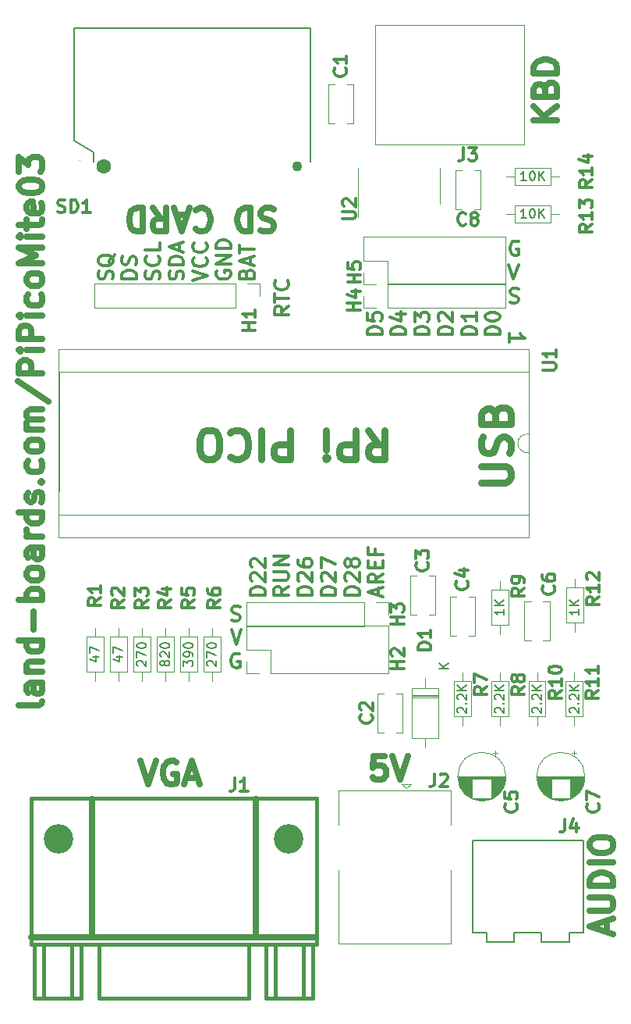
<source format=gto>
G04 #@! TF.GenerationSoftware,KiCad,Pcbnew,(6.0.1)*
G04 #@! TF.CreationDate,2022-06-30T11:26:30-04:00*
G04 #@! TF.ProjectId,PiPicoMite03,50695069-636f-44d6-9974-6530332e6b69,1*
G04 #@! TF.SameCoordinates,Original*
G04 #@! TF.FileFunction,Legend,Top*
G04 #@! TF.FilePolarity,Positive*
%FSLAX46Y46*%
G04 Gerber Fmt 4.6, Leading zero omitted, Abs format (unit mm)*
G04 Created by KiCad (PCBNEW (6.0.1)) date 2022-06-30 11:26:30*
%MOMM*%
%LPD*%
G01*
G04 APERTURE LIST*
%ADD10C,0.793750*%
%ADD11C,0.635000*%
%ADD12C,0.349250*%
%ADD13C,0.304800*%
%ADD14C,0.150000*%
%ADD15C,0.317500*%
%ADD16C,0.381000*%
%ADD17C,0.650000*%
%ADD18C,0.010000*%
%ADD19C,0.120000*%
%ADD20C,3.200000*%
%ADD21C,1.600000*%
%ADD22C,1.100000*%
G04 APERTURE END LIST*
D10*
X155487309Y-91890547D02*
X158057547Y-91890547D01*
X158359928Y-91739357D01*
X158511119Y-91588166D01*
X158662309Y-91285785D01*
X158662309Y-90681023D01*
X158511119Y-90378642D01*
X158359928Y-90227452D01*
X158057547Y-90076261D01*
X155487309Y-90076261D01*
X158511119Y-88715547D02*
X158662309Y-88261976D01*
X158662309Y-87506023D01*
X158511119Y-87203642D01*
X158359928Y-87052452D01*
X158057547Y-86901261D01*
X157755166Y-86901261D01*
X157452785Y-87052452D01*
X157301595Y-87203642D01*
X157150404Y-87506023D01*
X156999214Y-88110785D01*
X156848023Y-88413166D01*
X156696833Y-88564357D01*
X156394452Y-88715547D01*
X156092071Y-88715547D01*
X155789690Y-88564357D01*
X155638500Y-88413166D01*
X155487309Y-88110785D01*
X155487309Y-87354833D01*
X155638500Y-86901261D01*
X156999214Y-84482214D02*
X157150404Y-84028642D01*
X157301595Y-83877452D01*
X157603976Y-83726261D01*
X158057547Y-83726261D01*
X158359928Y-83877452D01*
X158511119Y-84028642D01*
X158662309Y-84331023D01*
X158662309Y-85540547D01*
X155487309Y-85540547D01*
X155487309Y-84482214D01*
X155638500Y-84179833D01*
X155789690Y-84028642D01*
X156092071Y-83877452D01*
X156394452Y-83877452D01*
X156696833Y-84028642D01*
X156848023Y-84179833D01*
X156999214Y-84482214D01*
X156999214Y-85540547D01*
D11*
X118460761Y-122053047D02*
X119307428Y-124593047D01*
X120154095Y-122053047D01*
X122331238Y-122174000D02*
X122089333Y-122053047D01*
X121726476Y-122053047D01*
X121363619Y-122174000D01*
X121121714Y-122415904D01*
X121000761Y-122657809D01*
X120879809Y-123141619D01*
X120879809Y-123504476D01*
X121000761Y-123988285D01*
X121121714Y-124230190D01*
X121363619Y-124472095D01*
X121726476Y-124593047D01*
X121968380Y-124593047D01*
X122331238Y-124472095D01*
X122452190Y-124351142D01*
X122452190Y-123504476D01*
X121968380Y-123504476D01*
X123419809Y-123867333D02*
X124629333Y-123867333D01*
X123177904Y-124593047D02*
X124024571Y-122053047D01*
X124871238Y-124593047D01*
D12*
X159479536Y-65768375D02*
X159328345Y-65692779D01*
X159101560Y-65692779D01*
X158874774Y-65768375D01*
X158723583Y-65919565D01*
X158647988Y-66070755D01*
X158572393Y-66373136D01*
X158572393Y-66599922D01*
X158647988Y-66902303D01*
X158723583Y-67053494D01*
X158874774Y-67204684D01*
X159101560Y-67280279D01*
X159252750Y-67280279D01*
X159479536Y-67204684D01*
X159555131Y-67129089D01*
X159555131Y-66599922D01*
X159252750Y-66599922D01*
X158421202Y-68248654D02*
X158950369Y-69836154D01*
X159479536Y-68248654D01*
X158572393Y-72316434D02*
X158799179Y-72392029D01*
X159177155Y-72392029D01*
X159328345Y-72316434D01*
X159403941Y-72240839D01*
X159479536Y-72089648D01*
X159479536Y-71938458D01*
X159403941Y-71787267D01*
X159328345Y-71711672D01*
X159177155Y-71636077D01*
X158874774Y-71560482D01*
X158723583Y-71484886D01*
X158647988Y-71409291D01*
X158572393Y-71258101D01*
X158572393Y-71106910D01*
X158647988Y-70955720D01*
X158723583Y-70880125D01*
X158874774Y-70804529D01*
X159252750Y-70804529D01*
X159479536Y-70880125D01*
D11*
X169074333Y-140581440D02*
X169074333Y-139371916D01*
X169800047Y-140823345D02*
X167260047Y-139976678D01*
X169800047Y-139130011D01*
X167260047Y-138283345D02*
X169316238Y-138283345D01*
X169558142Y-138162392D01*
X169679095Y-138041440D01*
X169800047Y-137799535D01*
X169800047Y-137315726D01*
X169679095Y-137073821D01*
X169558142Y-136952869D01*
X169316238Y-136831916D01*
X167260047Y-136831916D01*
X169800047Y-135622392D02*
X167260047Y-135622392D01*
X167260047Y-135017630D01*
X167381000Y-134654773D01*
X167622904Y-134412869D01*
X167864809Y-134291916D01*
X168348619Y-134170964D01*
X168711476Y-134170964D01*
X169195285Y-134291916D01*
X169437190Y-134412869D01*
X169679095Y-134654773D01*
X169800047Y-135017630D01*
X169800047Y-135622392D01*
X169800047Y-133082392D02*
X167260047Y-133082392D01*
X167260047Y-131389059D02*
X167260047Y-130905250D01*
X167381000Y-130663345D01*
X167622904Y-130421440D01*
X168106714Y-130300488D01*
X168953380Y-130300488D01*
X169437190Y-130421440D01*
X169679095Y-130663345D01*
X169800047Y-130905250D01*
X169800047Y-131389059D01*
X169679095Y-131630964D01*
X169437190Y-131872869D01*
X168953380Y-131993821D01*
X168106714Y-131993821D01*
X167622904Y-131872869D01*
X167381000Y-131630964D01*
X167260047Y-131389059D01*
D12*
X134571154Y-72789142D02*
X133815202Y-73318309D01*
X134571154Y-73696285D02*
X132983654Y-73696285D01*
X132983654Y-73091523D01*
X133059250Y-72940333D01*
X133134845Y-72864738D01*
X133286035Y-72789142D01*
X133512821Y-72789142D01*
X133664011Y-72864738D01*
X133739607Y-72940333D01*
X133815202Y-73091523D01*
X133815202Y-73696285D01*
X132983654Y-72335571D02*
X132983654Y-71428428D01*
X134571154Y-71882000D02*
X132983654Y-71882000D01*
X134419964Y-69992119D02*
X134495559Y-70067714D01*
X134571154Y-70294500D01*
X134571154Y-70445690D01*
X134495559Y-70672476D01*
X134344369Y-70823666D01*
X134193178Y-70899261D01*
X133890797Y-70974857D01*
X133664011Y-70974857D01*
X133361630Y-70899261D01*
X133210440Y-70823666D01*
X133059250Y-70672476D01*
X132983654Y-70445690D01*
X132983654Y-70294500D01*
X133059250Y-70067714D01*
X133134845Y-69992119D01*
D11*
X107824047Y-115630476D02*
X107703095Y-115872380D01*
X107461190Y-115993333D01*
X105284047Y-115993333D01*
X107824047Y-113574285D02*
X106493571Y-113574285D01*
X106251666Y-113695238D01*
X106130714Y-113937142D01*
X106130714Y-114420952D01*
X106251666Y-114662857D01*
X107703095Y-113574285D02*
X107824047Y-113816190D01*
X107824047Y-114420952D01*
X107703095Y-114662857D01*
X107461190Y-114783809D01*
X107219285Y-114783809D01*
X106977380Y-114662857D01*
X106856428Y-114420952D01*
X106856428Y-113816190D01*
X106735476Y-113574285D01*
X106130714Y-112364761D02*
X107824047Y-112364761D01*
X106372619Y-112364761D02*
X106251666Y-112243809D01*
X106130714Y-112001904D01*
X106130714Y-111639047D01*
X106251666Y-111397142D01*
X106493571Y-111276190D01*
X107824047Y-111276190D01*
X107824047Y-108978095D02*
X105284047Y-108978095D01*
X107703095Y-108978095D02*
X107824047Y-109220000D01*
X107824047Y-109703809D01*
X107703095Y-109945714D01*
X107582142Y-110066666D01*
X107340238Y-110187619D01*
X106614523Y-110187619D01*
X106372619Y-110066666D01*
X106251666Y-109945714D01*
X106130714Y-109703809D01*
X106130714Y-109220000D01*
X106251666Y-108978095D01*
X106856428Y-107768571D02*
X106856428Y-105833333D01*
X107824047Y-104623809D02*
X105284047Y-104623809D01*
X106251666Y-104623809D02*
X106130714Y-104381904D01*
X106130714Y-103898095D01*
X106251666Y-103656190D01*
X106372619Y-103535238D01*
X106614523Y-103414285D01*
X107340238Y-103414285D01*
X107582142Y-103535238D01*
X107703095Y-103656190D01*
X107824047Y-103898095D01*
X107824047Y-104381904D01*
X107703095Y-104623809D01*
X107824047Y-101962857D02*
X107703095Y-102204761D01*
X107582142Y-102325714D01*
X107340238Y-102446666D01*
X106614523Y-102446666D01*
X106372619Y-102325714D01*
X106251666Y-102204761D01*
X106130714Y-101962857D01*
X106130714Y-101600000D01*
X106251666Y-101358095D01*
X106372619Y-101237142D01*
X106614523Y-101116190D01*
X107340238Y-101116190D01*
X107582142Y-101237142D01*
X107703095Y-101358095D01*
X107824047Y-101600000D01*
X107824047Y-101962857D01*
X107824047Y-98939047D02*
X106493571Y-98939047D01*
X106251666Y-99060000D01*
X106130714Y-99301904D01*
X106130714Y-99785714D01*
X106251666Y-100027619D01*
X107703095Y-98939047D02*
X107824047Y-99180952D01*
X107824047Y-99785714D01*
X107703095Y-100027619D01*
X107461190Y-100148571D01*
X107219285Y-100148571D01*
X106977380Y-100027619D01*
X106856428Y-99785714D01*
X106856428Y-99180952D01*
X106735476Y-98939047D01*
X107824047Y-97729523D02*
X106130714Y-97729523D01*
X106614523Y-97729523D02*
X106372619Y-97608571D01*
X106251666Y-97487619D01*
X106130714Y-97245714D01*
X106130714Y-97003809D01*
X107824047Y-95068571D02*
X105284047Y-95068571D01*
X107703095Y-95068571D02*
X107824047Y-95310476D01*
X107824047Y-95794285D01*
X107703095Y-96036190D01*
X107582142Y-96157142D01*
X107340238Y-96278095D01*
X106614523Y-96278095D01*
X106372619Y-96157142D01*
X106251666Y-96036190D01*
X106130714Y-95794285D01*
X106130714Y-95310476D01*
X106251666Y-95068571D01*
X107703095Y-93980000D02*
X107824047Y-93738095D01*
X107824047Y-93254285D01*
X107703095Y-93012380D01*
X107461190Y-92891428D01*
X107340238Y-92891428D01*
X107098333Y-93012380D01*
X106977380Y-93254285D01*
X106977380Y-93617142D01*
X106856428Y-93859047D01*
X106614523Y-93980000D01*
X106493571Y-93980000D01*
X106251666Y-93859047D01*
X106130714Y-93617142D01*
X106130714Y-93254285D01*
X106251666Y-93012380D01*
X107582142Y-91802857D02*
X107703095Y-91681904D01*
X107824047Y-91802857D01*
X107703095Y-91923809D01*
X107582142Y-91802857D01*
X107824047Y-91802857D01*
X107703095Y-89504761D02*
X107824047Y-89746666D01*
X107824047Y-90230476D01*
X107703095Y-90472380D01*
X107582142Y-90593333D01*
X107340238Y-90714285D01*
X106614523Y-90714285D01*
X106372619Y-90593333D01*
X106251666Y-90472380D01*
X106130714Y-90230476D01*
X106130714Y-89746666D01*
X106251666Y-89504761D01*
X107824047Y-88053333D02*
X107703095Y-88295238D01*
X107582142Y-88416190D01*
X107340238Y-88537142D01*
X106614523Y-88537142D01*
X106372619Y-88416190D01*
X106251666Y-88295238D01*
X106130714Y-88053333D01*
X106130714Y-87690476D01*
X106251666Y-87448571D01*
X106372619Y-87327619D01*
X106614523Y-87206666D01*
X107340238Y-87206666D01*
X107582142Y-87327619D01*
X107703095Y-87448571D01*
X107824047Y-87690476D01*
X107824047Y-88053333D01*
X107824047Y-86118095D02*
X106130714Y-86118095D01*
X106372619Y-86118095D02*
X106251666Y-85997142D01*
X106130714Y-85755238D01*
X106130714Y-85392380D01*
X106251666Y-85150476D01*
X106493571Y-85029523D01*
X107824047Y-85029523D01*
X106493571Y-85029523D02*
X106251666Y-84908571D01*
X106130714Y-84666666D01*
X106130714Y-84303809D01*
X106251666Y-84061904D01*
X106493571Y-83940952D01*
X107824047Y-83940952D01*
X105163095Y-80917142D02*
X108428809Y-83094285D01*
X107824047Y-80070476D02*
X105284047Y-80070476D01*
X105284047Y-79102857D01*
X105405000Y-78860952D01*
X105525952Y-78740000D01*
X105767857Y-78619047D01*
X106130714Y-78619047D01*
X106372619Y-78740000D01*
X106493571Y-78860952D01*
X106614523Y-79102857D01*
X106614523Y-80070476D01*
X107824047Y-77530476D02*
X106130714Y-77530476D01*
X105284047Y-77530476D02*
X105405000Y-77651428D01*
X105525952Y-77530476D01*
X105405000Y-77409523D01*
X105284047Y-77530476D01*
X105525952Y-77530476D01*
X107824047Y-76320952D02*
X105284047Y-76320952D01*
X105284047Y-75353333D01*
X105405000Y-75111428D01*
X105525952Y-74990476D01*
X105767857Y-74869523D01*
X106130714Y-74869523D01*
X106372619Y-74990476D01*
X106493571Y-75111428D01*
X106614523Y-75353333D01*
X106614523Y-76320952D01*
X107824047Y-73780952D02*
X106130714Y-73780952D01*
X105284047Y-73780952D02*
X105405000Y-73901904D01*
X105525952Y-73780952D01*
X105405000Y-73660000D01*
X105284047Y-73780952D01*
X105525952Y-73780952D01*
X107703095Y-71482857D02*
X107824047Y-71724761D01*
X107824047Y-72208571D01*
X107703095Y-72450476D01*
X107582142Y-72571428D01*
X107340238Y-72692380D01*
X106614523Y-72692380D01*
X106372619Y-72571428D01*
X106251666Y-72450476D01*
X106130714Y-72208571D01*
X106130714Y-71724761D01*
X106251666Y-71482857D01*
X107824047Y-70031428D02*
X107703095Y-70273333D01*
X107582142Y-70394285D01*
X107340238Y-70515238D01*
X106614523Y-70515238D01*
X106372619Y-70394285D01*
X106251666Y-70273333D01*
X106130714Y-70031428D01*
X106130714Y-69668571D01*
X106251666Y-69426666D01*
X106372619Y-69305714D01*
X106614523Y-69184761D01*
X107340238Y-69184761D01*
X107582142Y-69305714D01*
X107703095Y-69426666D01*
X107824047Y-69668571D01*
X107824047Y-70031428D01*
X107824047Y-68096190D02*
X105284047Y-68096190D01*
X107098333Y-67249523D01*
X105284047Y-66402857D01*
X107824047Y-66402857D01*
X107824047Y-65193333D02*
X106130714Y-65193333D01*
X105284047Y-65193333D02*
X105405000Y-65314285D01*
X105525952Y-65193333D01*
X105405000Y-65072380D01*
X105284047Y-65193333D01*
X105525952Y-65193333D01*
X106130714Y-64346666D02*
X106130714Y-63379047D01*
X105284047Y-63983809D02*
X107461190Y-63983809D01*
X107703095Y-63862857D01*
X107824047Y-63620952D01*
X107824047Y-63379047D01*
X107703095Y-61564761D02*
X107824047Y-61806666D01*
X107824047Y-62290476D01*
X107703095Y-62532380D01*
X107461190Y-62653333D01*
X106493571Y-62653333D01*
X106251666Y-62532380D01*
X106130714Y-62290476D01*
X106130714Y-61806666D01*
X106251666Y-61564761D01*
X106493571Y-61443809D01*
X106735476Y-61443809D01*
X106977380Y-62653333D01*
X105284047Y-59871428D02*
X105284047Y-59629523D01*
X105405000Y-59387619D01*
X105525952Y-59266666D01*
X105767857Y-59145714D01*
X106251666Y-59024761D01*
X106856428Y-59024761D01*
X107340238Y-59145714D01*
X107582142Y-59266666D01*
X107703095Y-59387619D01*
X107824047Y-59629523D01*
X107824047Y-59871428D01*
X107703095Y-60113333D01*
X107582142Y-60234285D01*
X107340238Y-60355238D01*
X106856428Y-60476190D01*
X106251666Y-60476190D01*
X105767857Y-60355238D01*
X105525952Y-60234285D01*
X105405000Y-60113333D01*
X105284047Y-59871428D01*
X105284047Y-58178095D02*
X105284047Y-56605714D01*
X106251666Y-57452380D01*
X106251666Y-57089523D01*
X106372619Y-56847619D01*
X106493571Y-56726666D01*
X106735476Y-56605714D01*
X107340238Y-56605714D01*
X107582142Y-56726666D01*
X107703095Y-56847619D01*
X107824047Y-57089523D01*
X107824047Y-57815238D01*
X107703095Y-58057142D01*
X107582142Y-58178095D01*
D12*
X115397934Y-69828606D02*
X115473529Y-69601820D01*
X115473529Y-69223844D01*
X115397934Y-69072654D01*
X115322339Y-68997058D01*
X115171148Y-68921463D01*
X115019958Y-68921463D01*
X114868767Y-68997058D01*
X114793172Y-69072654D01*
X114717577Y-69223844D01*
X114641982Y-69526225D01*
X114566386Y-69677416D01*
X114490791Y-69753011D01*
X114339601Y-69828606D01*
X114188410Y-69828606D01*
X114037220Y-69753011D01*
X113961625Y-69677416D01*
X113886029Y-69526225D01*
X113886029Y-69148249D01*
X113961625Y-68921463D01*
X115624720Y-67182773D02*
X115549125Y-67333963D01*
X115397934Y-67485154D01*
X115171148Y-67711939D01*
X115095553Y-67863130D01*
X115095553Y-68014320D01*
X115473529Y-67938725D02*
X115397934Y-68089916D01*
X115246744Y-68241106D01*
X114944363Y-68316701D01*
X114415196Y-68316701D01*
X114112815Y-68241106D01*
X113961625Y-68089916D01*
X113886029Y-67938725D01*
X113886029Y-67636344D01*
X113961625Y-67485154D01*
X114112815Y-67333963D01*
X114415196Y-67258368D01*
X114944363Y-67258368D01*
X115246744Y-67333963D01*
X115397934Y-67485154D01*
X115473529Y-67636344D01*
X115473529Y-67938725D01*
X118029404Y-69753011D02*
X116441904Y-69753011D01*
X116441904Y-69375035D01*
X116517500Y-69148249D01*
X116668690Y-68997058D01*
X116819880Y-68921463D01*
X117122261Y-68845868D01*
X117349047Y-68845868D01*
X117651428Y-68921463D01*
X117802619Y-68997058D01*
X117953809Y-69148249D01*
X118029404Y-69375035D01*
X118029404Y-69753011D01*
X117953809Y-68241106D02*
X118029404Y-68014320D01*
X118029404Y-67636344D01*
X117953809Y-67485154D01*
X117878214Y-67409558D01*
X117727023Y-67333963D01*
X117575833Y-67333963D01*
X117424642Y-67409558D01*
X117349047Y-67485154D01*
X117273452Y-67636344D01*
X117197857Y-67938725D01*
X117122261Y-68089916D01*
X117046666Y-68165511D01*
X116895476Y-68241106D01*
X116744285Y-68241106D01*
X116593095Y-68165511D01*
X116517500Y-68089916D01*
X116441904Y-67938725D01*
X116441904Y-67560749D01*
X116517500Y-67333963D01*
X120509684Y-69828606D02*
X120585279Y-69601820D01*
X120585279Y-69223844D01*
X120509684Y-69072654D01*
X120434089Y-68997058D01*
X120282898Y-68921463D01*
X120131708Y-68921463D01*
X119980517Y-68997058D01*
X119904922Y-69072654D01*
X119829327Y-69223844D01*
X119753732Y-69526225D01*
X119678136Y-69677416D01*
X119602541Y-69753011D01*
X119451351Y-69828606D01*
X119300160Y-69828606D01*
X119148970Y-69753011D01*
X119073375Y-69677416D01*
X118997779Y-69526225D01*
X118997779Y-69148249D01*
X119073375Y-68921463D01*
X120434089Y-67333963D02*
X120509684Y-67409558D01*
X120585279Y-67636344D01*
X120585279Y-67787535D01*
X120509684Y-68014320D01*
X120358494Y-68165511D01*
X120207303Y-68241106D01*
X119904922Y-68316701D01*
X119678136Y-68316701D01*
X119375755Y-68241106D01*
X119224565Y-68165511D01*
X119073375Y-68014320D01*
X118997779Y-67787535D01*
X118997779Y-67636344D01*
X119073375Y-67409558D01*
X119148970Y-67333963D01*
X120585279Y-65897654D02*
X120585279Y-66653606D01*
X118997779Y-66653606D01*
X123065559Y-69828606D02*
X123141154Y-69601820D01*
X123141154Y-69223844D01*
X123065559Y-69072654D01*
X122989964Y-68997058D01*
X122838773Y-68921463D01*
X122687583Y-68921463D01*
X122536392Y-68997058D01*
X122460797Y-69072654D01*
X122385202Y-69223844D01*
X122309607Y-69526225D01*
X122234011Y-69677416D01*
X122158416Y-69753011D01*
X122007226Y-69828606D01*
X121856035Y-69828606D01*
X121704845Y-69753011D01*
X121629250Y-69677416D01*
X121553654Y-69526225D01*
X121553654Y-69148249D01*
X121629250Y-68921463D01*
X123141154Y-68241106D02*
X121553654Y-68241106D01*
X121553654Y-67863130D01*
X121629250Y-67636344D01*
X121780440Y-67485154D01*
X121931630Y-67409558D01*
X122234011Y-67333963D01*
X122460797Y-67333963D01*
X122763178Y-67409558D01*
X122914369Y-67485154D01*
X123065559Y-67636344D01*
X123141154Y-67863130D01*
X123141154Y-68241106D01*
X122687583Y-66729201D02*
X122687583Y-65973249D01*
X123141154Y-66880392D02*
X121553654Y-66351225D01*
X123141154Y-65822058D01*
X124109529Y-69979797D02*
X125697029Y-69450630D01*
X124109529Y-68921463D01*
X125545839Y-67485154D02*
X125621434Y-67560749D01*
X125697029Y-67787535D01*
X125697029Y-67938725D01*
X125621434Y-68165511D01*
X125470244Y-68316701D01*
X125319053Y-68392297D01*
X125016672Y-68467892D01*
X124789886Y-68467892D01*
X124487505Y-68392297D01*
X124336315Y-68316701D01*
X124185125Y-68165511D01*
X124109529Y-67938725D01*
X124109529Y-67787535D01*
X124185125Y-67560749D01*
X124260720Y-67485154D01*
X125545839Y-65897654D02*
X125621434Y-65973249D01*
X125697029Y-66200035D01*
X125697029Y-66351225D01*
X125621434Y-66578011D01*
X125470244Y-66729201D01*
X125319053Y-66804797D01*
X125016672Y-66880392D01*
X124789886Y-66880392D01*
X124487505Y-66804797D01*
X124336315Y-66729201D01*
X124185125Y-66578011D01*
X124109529Y-66351225D01*
X124109529Y-66200035D01*
X124185125Y-65973249D01*
X124260720Y-65897654D01*
X126741000Y-68921463D02*
X126665404Y-69072654D01*
X126665404Y-69299439D01*
X126741000Y-69526225D01*
X126892190Y-69677416D01*
X127043380Y-69753011D01*
X127345761Y-69828606D01*
X127572547Y-69828606D01*
X127874928Y-69753011D01*
X128026119Y-69677416D01*
X128177309Y-69526225D01*
X128252904Y-69299439D01*
X128252904Y-69148249D01*
X128177309Y-68921463D01*
X128101714Y-68845868D01*
X127572547Y-68845868D01*
X127572547Y-69148249D01*
X128252904Y-68165511D02*
X126665404Y-68165511D01*
X128252904Y-67258368D01*
X126665404Y-67258368D01*
X128252904Y-66502416D02*
X126665404Y-66502416D01*
X126665404Y-66124439D01*
X126741000Y-65897654D01*
X126892190Y-65746463D01*
X127043380Y-65670868D01*
X127345761Y-65595273D01*
X127572547Y-65595273D01*
X127874928Y-65670868D01*
X128026119Y-65746463D01*
X128177309Y-65897654D01*
X128252904Y-66124439D01*
X128252904Y-66502416D01*
X129977232Y-69223844D02*
X130052827Y-68997058D01*
X130128422Y-68921463D01*
X130279613Y-68845868D01*
X130506398Y-68845868D01*
X130657589Y-68921463D01*
X130733184Y-68997058D01*
X130808779Y-69148249D01*
X130808779Y-69753011D01*
X129221279Y-69753011D01*
X129221279Y-69223844D01*
X129296875Y-69072654D01*
X129372470Y-68997058D01*
X129523660Y-68921463D01*
X129674851Y-68921463D01*
X129826041Y-68997058D01*
X129901636Y-69072654D01*
X129977232Y-69223844D01*
X129977232Y-69753011D01*
X130355208Y-68241106D02*
X130355208Y-67485154D01*
X130808779Y-68392297D02*
X129221279Y-67863130D01*
X130808779Y-67333963D01*
X129221279Y-67031582D02*
X129221279Y-66124439D01*
X130808779Y-66578011D02*
X129221279Y-66578011D01*
D11*
X132956440Y-62217904D02*
X132593583Y-62096952D01*
X131988821Y-62096952D01*
X131746916Y-62217904D01*
X131625964Y-62338857D01*
X131505011Y-62580761D01*
X131505011Y-62822666D01*
X131625964Y-63064571D01*
X131746916Y-63185523D01*
X131988821Y-63306476D01*
X132472630Y-63427428D01*
X132714535Y-63548380D01*
X132835488Y-63669333D01*
X132956440Y-63911238D01*
X132956440Y-64153142D01*
X132835488Y-64395047D01*
X132714535Y-64516000D01*
X132472630Y-64636952D01*
X131867869Y-64636952D01*
X131505011Y-64516000D01*
X130416440Y-62096952D02*
X130416440Y-64636952D01*
X129811678Y-64636952D01*
X129448821Y-64516000D01*
X129206916Y-64274095D01*
X129085964Y-64032190D01*
X128965011Y-63548380D01*
X128965011Y-63185523D01*
X129085964Y-62701714D01*
X129206916Y-62459809D01*
X129448821Y-62217904D01*
X129811678Y-62096952D01*
X130416440Y-62096952D01*
X124489773Y-62338857D02*
X124610726Y-62217904D01*
X124973583Y-62096952D01*
X125215488Y-62096952D01*
X125578345Y-62217904D01*
X125820250Y-62459809D01*
X125941202Y-62701714D01*
X126062154Y-63185523D01*
X126062154Y-63548380D01*
X125941202Y-64032190D01*
X125820250Y-64274095D01*
X125578345Y-64516000D01*
X125215488Y-64636952D01*
X124973583Y-64636952D01*
X124610726Y-64516000D01*
X124489773Y-64395047D01*
X123522154Y-62822666D02*
X122312630Y-62822666D01*
X123764059Y-62096952D02*
X122917392Y-64636952D01*
X122070726Y-62096952D01*
X119772630Y-62096952D02*
X120619297Y-63306476D01*
X121224059Y-62096952D02*
X121224059Y-64636952D01*
X120256440Y-64636952D01*
X120014535Y-64516000D01*
X119893583Y-64395047D01*
X119772630Y-64153142D01*
X119772630Y-63790285D01*
X119893583Y-63548380D01*
X120014535Y-63427428D01*
X120256440Y-63306476D01*
X121224059Y-63306476D01*
X118684059Y-62096952D02*
X118684059Y-64636952D01*
X118079297Y-64636952D01*
X117716440Y-64516000D01*
X117474535Y-64274095D01*
X117353583Y-64032190D01*
X117232630Y-63548380D01*
X117232630Y-63185523D01*
X117353583Y-62701714D01*
X117474535Y-62459809D01*
X117716440Y-62217904D01*
X118079297Y-62096952D01*
X118684059Y-62096952D01*
D10*
X143177285Y-86193690D02*
X144235619Y-87705595D01*
X144991571Y-86193690D02*
X144991571Y-89368690D01*
X143782047Y-89368690D01*
X143479666Y-89217500D01*
X143328476Y-89066309D01*
X143177285Y-88763928D01*
X143177285Y-88310357D01*
X143328476Y-88007976D01*
X143479666Y-87856785D01*
X143782047Y-87705595D01*
X144991571Y-87705595D01*
X141816571Y-86193690D02*
X141816571Y-89368690D01*
X140607047Y-89368690D01*
X140304666Y-89217500D01*
X140153476Y-89066309D01*
X140002285Y-88763928D01*
X140002285Y-88310357D01*
X140153476Y-88007976D01*
X140304666Y-87856785D01*
X140607047Y-87705595D01*
X141816571Y-87705595D01*
X138641571Y-86193690D02*
X138641571Y-88310357D01*
X138641571Y-89368690D02*
X138792761Y-89217500D01*
X138641571Y-89066309D01*
X138490380Y-89217500D01*
X138641571Y-89368690D01*
X138641571Y-89066309D01*
X134710619Y-86193690D02*
X134710619Y-89368690D01*
X133501095Y-89368690D01*
X133198714Y-89217500D01*
X133047523Y-89066309D01*
X132896333Y-88763928D01*
X132896333Y-88310357D01*
X133047523Y-88007976D01*
X133198714Y-87856785D01*
X133501095Y-87705595D01*
X134710619Y-87705595D01*
X131535619Y-86193690D02*
X131535619Y-89368690D01*
X128209428Y-86496071D02*
X128360619Y-86344880D01*
X128814190Y-86193690D01*
X129116571Y-86193690D01*
X129570142Y-86344880D01*
X129872523Y-86647261D01*
X130023714Y-86949642D01*
X130174904Y-87554404D01*
X130174904Y-88007976D01*
X130023714Y-88612738D01*
X129872523Y-88915119D01*
X129570142Y-89217500D01*
X129116571Y-89368690D01*
X128814190Y-89368690D01*
X128360619Y-89217500D01*
X128209428Y-89066309D01*
X126243952Y-89368690D02*
X125639190Y-89368690D01*
X125336809Y-89217500D01*
X125034428Y-88915119D01*
X124883238Y-88310357D01*
X124883238Y-87252023D01*
X125034428Y-86647261D01*
X125336809Y-86344880D01*
X125639190Y-86193690D01*
X126243952Y-86193690D01*
X126546333Y-86344880D01*
X126848714Y-86647261D01*
X126999904Y-87252023D01*
X126999904Y-88310357D01*
X126848714Y-88915119D01*
X126546333Y-89217500D01*
X126243952Y-89368690D01*
D12*
X128352463Y-106798684D02*
X128579249Y-106874279D01*
X128957225Y-106874279D01*
X129108416Y-106798684D01*
X129184011Y-106723089D01*
X129259606Y-106571898D01*
X129259606Y-106420708D01*
X129184011Y-106269517D01*
X129108416Y-106193922D01*
X128957225Y-106118327D01*
X128654844Y-106042732D01*
X128503654Y-105967136D01*
X128428058Y-105891541D01*
X128352463Y-105740351D01*
X128352463Y-105589160D01*
X128428058Y-105437970D01*
X128503654Y-105362375D01*
X128654844Y-105286779D01*
X129032820Y-105286779D01*
X129259606Y-105362375D01*
X128352463Y-107842654D02*
X128881630Y-109430154D01*
X129410797Y-107842654D01*
X129184011Y-110474125D02*
X129032820Y-110398529D01*
X128806035Y-110398529D01*
X128579249Y-110474125D01*
X128428058Y-110625315D01*
X128352463Y-110776505D01*
X128276868Y-111078886D01*
X128276868Y-111305672D01*
X128352463Y-111608053D01*
X128428058Y-111759244D01*
X128579249Y-111910434D01*
X128806035Y-111986029D01*
X128957225Y-111986029D01*
X129184011Y-111910434D01*
X129259606Y-111834839D01*
X129259606Y-111305672D01*
X128957225Y-111305672D01*
X131991467Y-104043011D02*
X130403967Y-104043011D01*
X130403967Y-103665035D01*
X130479563Y-103438249D01*
X130630753Y-103287058D01*
X130781943Y-103211463D01*
X131084324Y-103135868D01*
X131311110Y-103135868D01*
X131613491Y-103211463D01*
X131764682Y-103287058D01*
X131915872Y-103438249D01*
X131991467Y-103665035D01*
X131991467Y-104043011D01*
X130555158Y-102531106D02*
X130479563Y-102455511D01*
X130403967Y-102304320D01*
X130403967Y-101926344D01*
X130479563Y-101775154D01*
X130555158Y-101699558D01*
X130706348Y-101623963D01*
X130857539Y-101623963D01*
X131084324Y-101699558D01*
X131991467Y-102606701D01*
X131991467Y-101623963D01*
X130555158Y-101019201D02*
X130479563Y-100943606D01*
X130403967Y-100792416D01*
X130403967Y-100414439D01*
X130479563Y-100263249D01*
X130555158Y-100187654D01*
X130706348Y-100112058D01*
X130857539Y-100112058D01*
X131084324Y-100187654D01*
X131991467Y-101094797D01*
X131991467Y-100112058D01*
X134547342Y-103135868D02*
X133791390Y-103665035D01*
X134547342Y-104043011D02*
X132959842Y-104043011D01*
X132959842Y-103438249D01*
X133035438Y-103287058D01*
X133111033Y-103211463D01*
X133262223Y-103135868D01*
X133489009Y-103135868D01*
X133640199Y-103211463D01*
X133715795Y-103287058D01*
X133791390Y-103438249D01*
X133791390Y-104043011D01*
X132959842Y-102455511D02*
X134244961Y-102455511D01*
X134396152Y-102379916D01*
X134471747Y-102304320D01*
X134547342Y-102153130D01*
X134547342Y-101850749D01*
X134471747Y-101699558D01*
X134396152Y-101623963D01*
X134244961Y-101548368D01*
X132959842Y-101548368D01*
X134547342Y-100792416D02*
X132959842Y-100792416D01*
X134547342Y-99885273D01*
X132959842Y-99885273D01*
X137103217Y-104043011D02*
X135515717Y-104043011D01*
X135515717Y-103665035D01*
X135591313Y-103438249D01*
X135742503Y-103287058D01*
X135893693Y-103211463D01*
X136196074Y-103135868D01*
X136422860Y-103135868D01*
X136725241Y-103211463D01*
X136876432Y-103287058D01*
X137027622Y-103438249D01*
X137103217Y-103665035D01*
X137103217Y-104043011D01*
X135666908Y-102531106D02*
X135591313Y-102455511D01*
X135515717Y-102304320D01*
X135515717Y-101926344D01*
X135591313Y-101775154D01*
X135666908Y-101699558D01*
X135818098Y-101623963D01*
X135969289Y-101623963D01*
X136196074Y-101699558D01*
X137103217Y-102606701D01*
X137103217Y-101623963D01*
X135515717Y-100263249D02*
X135515717Y-100565630D01*
X135591313Y-100716820D01*
X135666908Y-100792416D01*
X135893693Y-100943606D01*
X136196074Y-101019201D01*
X136800836Y-101019201D01*
X136952027Y-100943606D01*
X137027622Y-100868011D01*
X137103217Y-100716820D01*
X137103217Y-100414439D01*
X137027622Y-100263249D01*
X136952027Y-100187654D01*
X136800836Y-100112058D01*
X136422860Y-100112058D01*
X136271670Y-100187654D01*
X136196074Y-100263249D01*
X136120479Y-100414439D01*
X136120479Y-100716820D01*
X136196074Y-100868011D01*
X136271670Y-100943606D01*
X136422860Y-101019201D01*
X139659092Y-104043011D02*
X138071592Y-104043011D01*
X138071592Y-103665035D01*
X138147188Y-103438249D01*
X138298378Y-103287058D01*
X138449568Y-103211463D01*
X138751949Y-103135868D01*
X138978735Y-103135868D01*
X139281116Y-103211463D01*
X139432307Y-103287058D01*
X139583497Y-103438249D01*
X139659092Y-103665035D01*
X139659092Y-104043011D01*
X138222783Y-102531106D02*
X138147188Y-102455511D01*
X138071592Y-102304320D01*
X138071592Y-101926344D01*
X138147188Y-101775154D01*
X138222783Y-101699558D01*
X138373973Y-101623963D01*
X138525164Y-101623963D01*
X138751949Y-101699558D01*
X139659092Y-102606701D01*
X139659092Y-101623963D01*
X138071592Y-101094797D02*
X138071592Y-100036463D01*
X139659092Y-100716820D01*
X142214967Y-104043011D02*
X140627467Y-104043011D01*
X140627467Y-103665035D01*
X140703063Y-103438249D01*
X140854253Y-103287058D01*
X141005443Y-103211463D01*
X141307824Y-103135868D01*
X141534610Y-103135868D01*
X141836991Y-103211463D01*
X141988182Y-103287058D01*
X142139372Y-103438249D01*
X142214967Y-103665035D01*
X142214967Y-104043011D01*
X140778658Y-102531106D02*
X140703063Y-102455511D01*
X140627467Y-102304320D01*
X140627467Y-101926344D01*
X140703063Y-101775154D01*
X140778658Y-101699558D01*
X140929848Y-101623963D01*
X141081039Y-101623963D01*
X141307824Y-101699558D01*
X142214967Y-102606701D01*
X142214967Y-101623963D01*
X141307824Y-100716820D02*
X141232229Y-100868011D01*
X141156634Y-100943606D01*
X141005443Y-101019201D01*
X140929848Y-101019201D01*
X140778658Y-100943606D01*
X140703063Y-100868011D01*
X140627467Y-100716820D01*
X140627467Y-100414439D01*
X140703063Y-100263249D01*
X140778658Y-100187654D01*
X140929848Y-100112058D01*
X141005443Y-100112058D01*
X141156634Y-100187654D01*
X141232229Y-100263249D01*
X141307824Y-100414439D01*
X141307824Y-100716820D01*
X141383420Y-100868011D01*
X141459015Y-100943606D01*
X141610205Y-101019201D01*
X141912586Y-101019201D01*
X142063777Y-100943606D01*
X142139372Y-100868011D01*
X142214967Y-100716820D01*
X142214967Y-100414439D01*
X142139372Y-100263249D01*
X142063777Y-100187654D01*
X141912586Y-100112058D01*
X141610205Y-100112058D01*
X141459015Y-100187654D01*
X141383420Y-100263249D01*
X141307824Y-100414439D01*
X144317271Y-104118606D02*
X144317271Y-103362654D01*
X144770842Y-104269797D02*
X143183342Y-103740630D01*
X144770842Y-103211463D01*
X144770842Y-101775154D02*
X144014890Y-102304320D01*
X144770842Y-102682297D02*
X143183342Y-102682297D01*
X143183342Y-102077535D01*
X143258938Y-101926344D01*
X143334533Y-101850749D01*
X143485723Y-101775154D01*
X143712509Y-101775154D01*
X143863699Y-101850749D01*
X143939295Y-101926344D01*
X144014890Y-102077535D01*
X144014890Y-102682297D01*
X143939295Y-101094797D02*
X143939295Y-100565630D01*
X144770842Y-100338844D02*
X144770842Y-101094797D01*
X143183342Y-101094797D01*
X143183342Y-100338844D01*
X143939295Y-99129320D02*
X143939295Y-99658487D01*
X144770842Y-99658487D02*
X143183342Y-99658487D01*
X143183342Y-98902535D01*
D11*
X163704047Y-52576488D02*
X161164047Y-52576488D01*
X163704047Y-51125059D02*
X162252619Y-52213630D01*
X161164047Y-51125059D02*
X162615476Y-52576488D01*
X162373571Y-49189821D02*
X162494523Y-48826964D01*
X162615476Y-48706011D01*
X162857380Y-48585059D01*
X163220238Y-48585059D01*
X163462142Y-48706011D01*
X163583095Y-48826964D01*
X163704047Y-49068869D01*
X163704047Y-50036488D01*
X161164047Y-50036488D01*
X161164047Y-49189821D01*
X161285000Y-48947916D01*
X161405952Y-48826964D01*
X161647857Y-48706011D01*
X161889761Y-48706011D01*
X162131666Y-48826964D01*
X162252619Y-48947916D01*
X162373571Y-49189821D01*
X162373571Y-50036488D01*
X163704047Y-47496488D02*
X161164047Y-47496488D01*
X161164047Y-46891726D01*
X161285000Y-46528869D01*
X161526904Y-46286964D01*
X161768809Y-46166011D01*
X162252619Y-46045059D01*
X162615476Y-46045059D01*
X163099285Y-46166011D01*
X163341190Y-46286964D01*
X163583095Y-46528869D01*
X163704047Y-46891726D01*
X163704047Y-47496488D01*
X144975035Y-121545047D02*
X143765511Y-121545047D01*
X143644559Y-122754571D01*
X143765511Y-122633619D01*
X144007416Y-122512666D01*
X144612178Y-122512666D01*
X144854083Y-122633619D01*
X144975035Y-122754571D01*
X145095988Y-122996476D01*
X145095988Y-123601238D01*
X144975035Y-123843142D01*
X144854083Y-123964095D01*
X144612178Y-124085047D01*
X144007416Y-124085047D01*
X143765511Y-123964095D01*
X143644559Y-123843142D01*
X145821702Y-121545047D02*
X146668369Y-124085047D01*
X147515035Y-121545047D01*
D12*
X144691467Y-75846441D02*
X143103967Y-75846441D01*
X143103967Y-75468464D01*
X143179563Y-75241679D01*
X143330753Y-75090488D01*
X143481943Y-75014893D01*
X143784324Y-74939298D01*
X144011110Y-74939298D01*
X144313491Y-75014893D01*
X144464682Y-75090488D01*
X144615872Y-75241679D01*
X144691467Y-75468464D01*
X144691467Y-75846441D01*
X143103967Y-73502988D02*
X143103967Y-74258941D01*
X143859920Y-74334536D01*
X143784324Y-74258941D01*
X143708729Y-74107750D01*
X143708729Y-73729774D01*
X143784324Y-73578583D01*
X143859920Y-73502988D01*
X144011110Y-73427393D01*
X144389086Y-73427393D01*
X144540277Y-73502988D01*
X144615872Y-73578583D01*
X144691467Y-73729774D01*
X144691467Y-74107750D01*
X144615872Y-74258941D01*
X144540277Y-74334536D01*
X147247342Y-75846441D02*
X145659842Y-75846441D01*
X145659842Y-75468464D01*
X145735438Y-75241679D01*
X145886628Y-75090488D01*
X146037818Y-75014893D01*
X146340199Y-74939298D01*
X146566985Y-74939298D01*
X146869366Y-75014893D01*
X147020557Y-75090488D01*
X147171747Y-75241679D01*
X147247342Y-75468464D01*
X147247342Y-75846441D01*
X146189009Y-73578583D02*
X147247342Y-73578583D01*
X145584247Y-73956560D02*
X146718176Y-74334536D01*
X146718176Y-73351798D01*
X149803217Y-75846441D02*
X148215717Y-75846441D01*
X148215717Y-75468464D01*
X148291313Y-75241679D01*
X148442503Y-75090488D01*
X148593693Y-75014893D01*
X148896074Y-74939298D01*
X149122860Y-74939298D01*
X149425241Y-75014893D01*
X149576432Y-75090488D01*
X149727622Y-75241679D01*
X149803217Y-75468464D01*
X149803217Y-75846441D01*
X148215717Y-74410131D02*
X148215717Y-73427393D01*
X148820479Y-73956560D01*
X148820479Y-73729774D01*
X148896074Y-73578583D01*
X148971670Y-73502988D01*
X149122860Y-73427393D01*
X149500836Y-73427393D01*
X149652027Y-73502988D01*
X149727622Y-73578583D01*
X149803217Y-73729774D01*
X149803217Y-74183345D01*
X149727622Y-74334536D01*
X149652027Y-74410131D01*
X152359092Y-75846441D02*
X150771592Y-75846441D01*
X150771592Y-75468464D01*
X150847188Y-75241679D01*
X150998378Y-75090488D01*
X151149568Y-75014893D01*
X151451949Y-74939298D01*
X151678735Y-74939298D01*
X151981116Y-75014893D01*
X152132307Y-75090488D01*
X152283497Y-75241679D01*
X152359092Y-75468464D01*
X152359092Y-75846441D01*
X150922783Y-74334536D02*
X150847188Y-74258941D01*
X150771592Y-74107750D01*
X150771592Y-73729774D01*
X150847188Y-73578583D01*
X150922783Y-73502988D01*
X151073973Y-73427393D01*
X151225164Y-73427393D01*
X151451949Y-73502988D01*
X152359092Y-74410131D01*
X152359092Y-73427393D01*
X154914967Y-75846441D02*
X153327467Y-75846441D01*
X153327467Y-75468464D01*
X153403063Y-75241679D01*
X153554253Y-75090488D01*
X153705443Y-75014893D01*
X154007824Y-74939298D01*
X154234610Y-74939298D01*
X154536991Y-75014893D01*
X154688182Y-75090488D01*
X154839372Y-75241679D01*
X154914967Y-75468464D01*
X154914967Y-75846441D01*
X154914967Y-73427393D02*
X154914967Y-74334536D01*
X154914967Y-73880964D02*
X153327467Y-73880964D01*
X153554253Y-74032155D01*
X153705443Y-74183345D01*
X153781039Y-74334536D01*
X157470842Y-75846441D02*
X155883342Y-75846441D01*
X155883342Y-75468464D01*
X155958938Y-75241679D01*
X156110128Y-75090488D01*
X156261318Y-75014893D01*
X156563699Y-74939298D01*
X156790485Y-74939298D01*
X157092866Y-75014893D01*
X157244057Y-75090488D01*
X157395247Y-75241679D01*
X157470842Y-75468464D01*
X157470842Y-75846441D01*
X155883342Y-73956560D02*
X155883342Y-73805369D01*
X155958938Y-73654179D01*
X156034533Y-73578583D01*
X156185723Y-73502988D01*
X156488104Y-73427393D01*
X156866080Y-73427393D01*
X157168461Y-73502988D01*
X157319652Y-73578583D01*
X157395247Y-73654179D01*
X157470842Y-73805369D01*
X157470842Y-73956560D01*
X157395247Y-74107750D01*
X157319652Y-74183345D01*
X157168461Y-74258941D01*
X156866080Y-74334536D01*
X156488104Y-74334536D01*
X156185723Y-74258941D01*
X156034533Y-74183345D01*
X155958938Y-74107750D01*
X155883342Y-73956560D01*
D13*
X128726585Y-123912984D02*
X128726585Y-124910841D01*
X128660061Y-125110412D01*
X128527013Y-125243460D01*
X128327442Y-125309984D01*
X128194394Y-125309984D01*
X130123585Y-125309984D02*
X129325299Y-125309984D01*
X129724442Y-125309984D02*
X129724442Y-123912984D01*
X129591394Y-124112555D01*
X129458347Y-124245603D01*
X129325299Y-124312127D01*
X109484119Y-62541452D02*
X109683690Y-62607976D01*
X110016309Y-62607976D01*
X110149357Y-62541452D01*
X110215880Y-62474928D01*
X110282404Y-62341880D01*
X110282404Y-62208833D01*
X110215880Y-62075785D01*
X110149357Y-62009261D01*
X110016309Y-61942738D01*
X109750214Y-61876214D01*
X109617166Y-61809690D01*
X109550642Y-61743166D01*
X109484119Y-61610119D01*
X109484119Y-61477071D01*
X109550642Y-61344023D01*
X109617166Y-61277500D01*
X109750214Y-61210976D01*
X110082833Y-61210976D01*
X110282404Y-61277500D01*
X110881119Y-62607976D02*
X110881119Y-61210976D01*
X111213738Y-61210976D01*
X111413309Y-61277500D01*
X111546357Y-61410547D01*
X111612880Y-61543595D01*
X111679404Y-61809690D01*
X111679404Y-62009261D01*
X111612880Y-62275357D01*
X111546357Y-62408404D01*
X111413309Y-62541452D01*
X111213738Y-62607976D01*
X110881119Y-62607976D01*
X113009880Y-62607976D02*
X112211595Y-62607976D01*
X112610738Y-62607976D02*
X112610738Y-61210976D01*
X112477690Y-61410547D01*
X112344642Y-61543595D01*
X112211595Y-61610119D01*
X127118976Y-104626833D02*
X126453738Y-105092500D01*
X127118976Y-105425119D02*
X125721976Y-105425119D01*
X125721976Y-104892928D01*
X125788500Y-104759880D01*
X125855023Y-104693357D01*
X125988071Y-104626833D01*
X126187642Y-104626833D01*
X126320690Y-104693357D01*
X126387214Y-104759880D01*
X126453738Y-104892928D01*
X126453738Y-105425119D01*
X125721976Y-103429404D02*
X125721976Y-103695500D01*
X125788500Y-103828547D01*
X125855023Y-103895071D01*
X126054595Y-104028119D01*
X126320690Y-104094642D01*
X126852880Y-104094642D01*
X126985928Y-104028119D01*
X127052452Y-103961595D01*
X127118976Y-103828547D01*
X127118976Y-103562452D01*
X127052452Y-103429404D01*
X126985928Y-103362880D01*
X126852880Y-103296357D01*
X126520261Y-103296357D01*
X126387214Y-103362880D01*
X126320690Y-103429404D01*
X126254166Y-103562452D01*
X126254166Y-103828547D01*
X126320690Y-103961595D01*
X126387214Y-104028119D01*
X126520261Y-104094642D01*
D14*
X125785619Y-111728095D02*
X125738000Y-111680476D01*
X125690380Y-111585238D01*
X125690380Y-111347142D01*
X125738000Y-111251904D01*
X125785619Y-111204285D01*
X125880857Y-111156666D01*
X125976095Y-111156666D01*
X126118952Y-111204285D01*
X126690380Y-111775714D01*
X126690380Y-111156666D01*
X125690380Y-110823333D02*
X125690380Y-110156666D01*
X126690380Y-110585238D01*
X125690380Y-109585238D02*
X125690380Y-109490000D01*
X125738000Y-109394761D01*
X125785619Y-109347142D01*
X125880857Y-109299523D01*
X126071333Y-109251904D01*
X126309428Y-109251904D01*
X126499904Y-109299523D01*
X126595142Y-109347142D01*
X126642761Y-109394761D01*
X126690380Y-109490000D01*
X126690380Y-109585238D01*
X126642761Y-109680476D01*
X126595142Y-109728095D01*
X126499904Y-109775714D01*
X126309428Y-109823333D01*
X126071333Y-109823333D01*
X125880857Y-109775714D01*
X125785619Y-109728095D01*
X125738000Y-109680476D01*
X125690380Y-109585238D01*
D13*
X124324976Y-104626833D02*
X123659738Y-105092500D01*
X124324976Y-105425119D02*
X122927976Y-105425119D01*
X122927976Y-104892928D01*
X122994500Y-104759880D01*
X123061023Y-104693357D01*
X123194071Y-104626833D01*
X123393642Y-104626833D01*
X123526690Y-104693357D01*
X123593214Y-104759880D01*
X123659738Y-104892928D01*
X123659738Y-105425119D01*
X122927976Y-103362880D02*
X122927976Y-104028119D01*
X123593214Y-104094642D01*
X123526690Y-104028119D01*
X123460166Y-103895071D01*
X123460166Y-103562452D01*
X123526690Y-103429404D01*
X123593214Y-103362880D01*
X123726261Y-103296357D01*
X124058880Y-103296357D01*
X124191928Y-103362880D01*
X124258452Y-103429404D01*
X124324976Y-103562452D01*
X124324976Y-103895071D01*
X124258452Y-104028119D01*
X124191928Y-104094642D01*
D14*
X123150380Y-111775714D02*
X123150380Y-111156666D01*
X123531333Y-111490000D01*
X123531333Y-111347142D01*
X123578952Y-111251904D01*
X123626571Y-111204285D01*
X123721809Y-111156666D01*
X123959904Y-111156666D01*
X124055142Y-111204285D01*
X124102761Y-111251904D01*
X124150380Y-111347142D01*
X124150380Y-111632857D01*
X124102761Y-111728095D01*
X124055142Y-111775714D01*
X124150380Y-110680476D02*
X124150380Y-110490000D01*
X124102761Y-110394761D01*
X124055142Y-110347142D01*
X123912285Y-110251904D01*
X123721809Y-110204285D01*
X123340857Y-110204285D01*
X123245619Y-110251904D01*
X123198000Y-110299523D01*
X123150380Y-110394761D01*
X123150380Y-110585238D01*
X123198000Y-110680476D01*
X123245619Y-110728095D01*
X123340857Y-110775714D01*
X123578952Y-110775714D01*
X123674190Y-110728095D01*
X123721809Y-110680476D01*
X123769428Y-110585238D01*
X123769428Y-110394761D01*
X123721809Y-110299523D01*
X123674190Y-110251904D01*
X123578952Y-110204285D01*
X123150380Y-109585238D02*
X123150380Y-109490000D01*
X123198000Y-109394761D01*
X123245619Y-109347142D01*
X123340857Y-109299523D01*
X123531333Y-109251904D01*
X123769428Y-109251904D01*
X123959904Y-109299523D01*
X124055142Y-109347142D01*
X124102761Y-109394761D01*
X124150380Y-109490000D01*
X124150380Y-109585238D01*
X124102761Y-109680476D01*
X124055142Y-109728095D01*
X123959904Y-109775714D01*
X123769428Y-109823333D01*
X123531333Y-109823333D01*
X123340857Y-109775714D01*
X123245619Y-109728095D01*
X123198000Y-109680476D01*
X123150380Y-109585238D01*
D13*
X160143976Y-103356833D02*
X159478738Y-103822500D01*
X160143976Y-104155119D02*
X158746976Y-104155119D01*
X158746976Y-103622928D01*
X158813500Y-103489880D01*
X158880023Y-103423357D01*
X159013071Y-103356833D01*
X159212642Y-103356833D01*
X159345690Y-103423357D01*
X159412214Y-103489880D01*
X159478738Y-103622928D01*
X159478738Y-104155119D01*
X160143976Y-102691595D02*
X160143976Y-102425500D01*
X160077452Y-102292452D01*
X160010928Y-102225928D01*
X159811357Y-102092880D01*
X159545261Y-102026357D01*
X159013071Y-102026357D01*
X158880023Y-102092880D01*
X158813500Y-102159404D01*
X158746976Y-102292452D01*
X158746976Y-102558547D01*
X158813500Y-102691595D01*
X158880023Y-102758119D01*
X159013071Y-102824642D01*
X159345690Y-102824642D01*
X159478738Y-102758119D01*
X159545261Y-102691595D01*
X159611785Y-102558547D01*
X159611785Y-102292452D01*
X159545261Y-102159404D01*
X159478738Y-102092880D01*
X159345690Y-102026357D01*
D14*
X157932380Y-105624285D02*
X157932380Y-106195714D01*
X157932380Y-105910000D02*
X156932380Y-105910000D01*
X157075238Y-106005238D01*
X157170476Y-106100476D01*
X157218095Y-106195714D01*
X157932380Y-105195714D02*
X156932380Y-105195714D01*
X157932380Y-104624285D02*
X157360952Y-105052857D01*
X156932380Y-104624285D02*
X157503809Y-105195714D01*
D13*
X121784976Y-104626833D02*
X121119738Y-105092500D01*
X121784976Y-105425119D02*
X120387976Y-105425119D01*
X120387976Y-104892928D01*
X120454500Y-104759880D01*
X120521023Y-104693357D01*
X120654071Y-104626833D01*
X120853642Y-104626833D01*
X120986690Y-104693357D01*
X121053214Y-104759880D01*
X121119738Y-104892928D01*
X121119738Y-105425119D01*
X120853642Y-103429404D02*
X121784976Y-103429404D01*
X120321452Y-103762023D02*
X121319309Y-104094642D01*
X121319309Y-103229833D01*
D14*
X121038952Y-111537619D02*
X120991333Y-111632857D01*
X120943714Y-111680476D01*
X120848476Y-111728095D01*
X120800857Y-111728095D01*
X120705619Y-111680476D01*
X120658000Y-111632857D01*
X120610380Y-111537619D01*
X120610380Y-111347142D01*
X120658000Y-111251904D01*
X120705619Y-111204285D01*
X120800857Y-111156666D01*
X120848476Y-111156666D01*
X120943714Y-111204285D01*
X120991333Y-111251904D01*
X121038952Y-111347142D01*
X121038952Y-111537619D01*
X121086571Y-111632857D01*
X121134190Y-111680476D01*
X121229428Y-111728095D01*
X121419904Y-111728095D01*
X121515142Y-111680476D01*
X121562761Y-111632857D01*
X121610380Y-111537619D01*
X121610380Y-111347142D01*
X121562761Y-111251904D01*
X121515142Y-111204285D01*
X121419904Y-111156666D01*
X121229428Y-111156666D01*
X121134190Y-111204285D01*
X121086571Y-111251904D01*
X121038952Y-111347142D01*
X120705619Y-110775714D02*
X120658000Y-110728095D01*
X120610380Y-110632857D01*
X120610380Y-110394761D01*
X120658000Y-110299523D01*
X120705619Y-110251904D01*
X120800857Y-110204285D01*
X120896095Y-110204285D01*
X121038952Y-110251904D01*
X121610380Y-110823333D01*
X121610380Y-110204285D01*
X120610380Y-109585238D02*
X120610380Y-109490000D01*
X120658000Y-109394761D01*
X120705619Y-109347142D01*
X120800857Y-109299523D01*
X120991333Y-109251904D01*
X121229428Y-109251904D01*
X121419904Y-109299523D01*
X121515142Y-109347142D01*
X121562761Y-109394761D01*
X121610380Y-109490000D01*
X121610380Y-109585238D01*
X121562761Y-109680476D01*
X121515142Y-109728095D01*
X121419904Y-109775714D01*
X121229428Y-109823333D01*
X120991333Y-109823333D01*
X120800857Y-109775714D01*
X120705619Y-109728095D01*
X120658000Y-109680476D01*
X120610380Y-109585238D01*
D13*
X119295776Y-104626833D02*
X118630538Y-105092500D01*
X119295776Y-105425119D02*
X117898776Y-105425119D01*
X117898776Y-104892928D01*
X117965300Y-104759880D01*
X118031823Y-104693357D01*
X118164871Y-104626833D01*
X118364442Y-104626833D01*
X118497490Y-104693357D01*
X118564014Y-104759880D01*
X118630538Y-104892928D01*
X118630538Y-105425119D01*
X117898776Y-104161166D02*
X117898776Y-103296357D01*
X118430966Y-103762023D01*
X118430966Y-103562452D01*
X118497490Y-103429404D01*
X118564014Y-103362880D01*
X118697061Y-103296357D01*
X119029680Y-103296357D01*
X119162728Y-103362880D01*
X119229252Y-103429404D01*
X119295776Y-103562452D01*
X119295776Y-103961595D01*
X119229252Y-104094642D01*
X119162728Y-104161166D01*
D14*
X118165619Y-111728095D02*
X118118000Y-111680476D01*
X118070380Y-111585238D01*
X118070380Y-111347142D01*
X118118000Y-111251904D01*
X118165619Y-111204285D01*
X118260857Y-111156666D01*
X118356095Y-111156666D01*
X118498952Y-111204285D01*
X119070380Y-111775714D01*
X119070380Y-111156666D01*
X118070380Y-110823333D02*
X118070380Y-110156666D01*
X119070380Y-110585238D01*
X118070380Y-109585238D02*
X118070380Y-109490000D01*
X118118000Y-109394761D01*
X118165619Y-109347142D01*
X118260857Y-109299523D01*
X118451333Y-109251904D01*
X118689428Y-109251904D01*
X118879904Y-109299523D01*
X118975142Y-109347142D01*
X119022761Y-109394761D01*
X119070380Y-109490000D01*
X119070380Y-109585238D01*
X119022761Y-109680476D01*
X118975142Y-109728095D01*
X118879904Y-109775714D01*
X118689428Y-109823333D01*
X118451333Y-109823333D01*
X118260857Y-109775714D01*
X118165619Y-109728095D01*
X118118000Y-109680476D01*
X118070380Y-109585238D01*
D13*
X116704976Y-104626833D02*
X116039738Y-105092500D01*
X116704976Y-105425119D02*
X115307976Y-105425119D01*
X115307976Y-104892928D01*
X115374500Y-104759880D01*
X115441023Y-104693357D01*
X115574071Y-104626833D01*
X115773642Y-104626833D01*
X115906690Y-104693357D01*
X115973214Y-104759880D01*
X116039738Y-104892928D01*
X116039738Y-105425119D01*
X115441023Y-104094642D02*
X115374500Y-104028119D01*
X115307976Y-103895071D01*
X115307976Y-103562452D01*
X115374500Y-103429404D01*
X115441023Y-103362880D01*
X115574071Y-103296357D01*
X115707119Y-103296357D01*
X115906690Y-103362880D01*
X116704976Y-104161166D01*
X116704976Y-103296357D01*
D14*
X115863714Y-110775714D02*
X116530380Y-110775714D01*
X115482761Y-111013809D02*
X116197047Y-111251904D01*
X116197047Y-110632857D01*
X115530380Y-110347142D02*
X115530380Y-109680476D01*
X116530380Y-110109047D01*
D13*
X114164976Y-104372833D02*
X113499738Y-104838500D01*
X114164976Y-105171119D02*
X112767976Y-105171119D01*
X112767976Y-104638928D01*
X112834500Y-104505880D01*
X112901023Y-104439357D01*
X113034071Y-104372833D01*
X113233642Y-104372833D01*
X113366690Y-104439357D01*
X113433214Y-104505880D01*
X113499738Y-104638928D01*
X113499738Y-105171119D01*
X114164976Y-103042357D02*
X114164976Y-103840642D01*
X114164976Y-103441500D02*
X112767976Y-103441500D01*
X112967547Y-103574547D01*
X113100595Y-103707595D01*
X113167119Y-103840642D01*
D14*
X113323714Y-110775714D02*
X113990380Y-110775714D01*
X112942761Y-111013809D02*
X113657047Y-111251904D01*
X113657047Y-110632857D01*
X112990380Y-110347142D02*
X112990380Y-109680476D01*
X113990380Y-110109047D01*
D13*
X162175976Y-79677380D02*
X163306880Y-79677380D01*
X163439928Y-79610857D01*
X163506452Y-79544333D01*
X163572976Y-79411285D01*
X163572976Y-79145190D01*
X163506452Y-79012142D01*
X163439928Y-78945619D01*
X163306880Y-78879095D01*
X162175976Y-78879095D01*
X163572976Y-77482095D02*
X163572976Y-78280380D01*
X163572976Y-77881238D02*
X162175976Y-77881238D01*
X162375547Y-78014285D01*
X162508595Y-78147333D01*
X162575119Y-78280380D01*
X158506119Y-76666714D02*
X158506119Y-75723285D01*
X158506119Y-76195000D02*
X160157119Y-76195000D01*
X159921261Y-76037761D01*
X159764023Y-75880523D01*
X159685404Y-75723285D01*
X150410333Y-123440976D02*
X150410333Y-124438833D01*
X150343809Y-124638404D01*
X150210761Y-124771452D01*
X150011190Y-124837976D01*
X149878142Y-124837976D01*
X151009047Y-123574023D02*
X151075571Y-123507500D01*
X151208619Y-123440976D01*
X151541238Y-123440976D01*
X151674285Y-123507500D01*
X151740809Y-123574023D01*
X151807333Y-123707071D01*
X151807333Y-123840119D01*
X151740809Y-124039690D01*
X150942523Y-124837976D01*
X151807333Y-124837976D01*
X159248928Y-126724833D02*
X159315452Y-126791357D01*
X159381976Y-126990928D01*
X159381976Y-127123976D01*
X159315452Y-127323547D01*
X159182404Y-127456595D01*
X159049357Y-127523119D01*
X158783261Y-127589642D01*
X158583690Y-127589642D01*
X158317595Y-127523119D01*
X158184547Y-127456595D01*
X158051500Y-127323547D01*
X157984976Y-127123976D01*
X157984976Y-126990928D01*
X158051500Y-126791357D01*
X158118023Y-126724833D01*
X157984976Y-125460880D02*
X157984976Y-126126119D01*
X158650214Y-126192642D01*
X158583690Y-126126119D01*
X158517166Y-125993071D01*
X158517166Y-125660452D01*
X158583690Y-125527404D01*
X158650214Y-125460880D01*
X158783261Y-125394357D01*
X159115880Y-125394357D01*
X159248928Y-125460880D01*
X159315452Y-125527404D01*
X159381976Y-125660452D01*
X159381976Y-125993071D01*
X159315452Y-126126119D01*
X159248928Y-126192642D01*
X153909928Y-102594833D02*
X153976452Y-102661357D01*
X154042976Y-102860928D01*
X154042976Y-102993976D01*
X153976452Y-103193547D01*
X153843404Y-103326595D01*
X153710357Y-103393119D01*
X153444261Y-103459642D01*
X153244690Y-103459642D01*
X152978595Y-103393119D01*
X152845547Y-103326595D01*
X152712500Y-103193547D01*
X152645976Y-102993976D01*
X152645976Y-102860928D01*
X152712500Y-102661357D01*
X152779023Y-102594833D01*
X153111642Y-101397404D02*
X154042976Y-101397404D01*
X152579452Y-101730023D02*
X153577309Y-102062642D01*
X153577309Y-101197833D01*
X164177068Y-114436071D02*
X163511830Y-114901738D01*
X164177068Y-115234357D02*
X162780068Y-115234357D01*
X162780068Y-114702166D01*
X162846592Y-114569119D01*
X162913115Y-114502595D01*
X163046163Y-114436071D01*
X163245734Y-114436071D01*
X163378782Y-114502595D01*
X163445306Y-114569119D01*
X163511830Y-114702166D01*
X163511830Y-115234357D01*
X164177068Y-113105595D02*
X164177068Y-113903880D01*
X164177068Y-113504738D02*
X162780068Y-113504738D01*
X162979639Y-113637785D01*
X163112687Y-113770833D01*
X163179211Y-113903880D01*
X162780068Y-112240785D02*
X162780068Y-112107738D01*
X162846592Y-111974690D01*
X162913115Y-111908166D01*
X163046163Y-111841642D01*
X163312258Y-111775119D01*
X163644877Y-111775119D01*
X163910972Y-111841642D01*
X164044020Y-111908166D01*
X164110544Y-111974690D01*
X164177068Y-112107738D01*
X164177068Y-112240785D01*
X164110544Y-112373833D01*
X164044020Y-112440357D01*
X163910972Y-112506880D01*
X163644877Y-112573404D01*
X163312258Y-112573404D01*
X163046163Y-112506880D01*
X162913115Y-112440357D01*
X162846592Y-112373833D01*
X162780068Y-112240785D01*
D14*
X161091619Y-116816000D02*
X161044000Y-116768380D01*
X160996380Y-116673142D01*
X160996380Y-116435047D01*
X161044000Y-116339809D01*
X161091619Y-116292190D01*
X161186857Y-116244571D01*
X161282095Y-116244571D01*
X161424952Y-116292190D01*
X161996380Y-116863619D01*
X161996380Y-116244571D01*
X161901142Y-115816000D02*
X161948761Y-115768380D01*
X161996380Y-115816000D01*
X161948761Y-115863619D01*
X161901142Y-115816000D01*
X161996380Y-115816000D01*
X161091619Y-115387428D02*
X161044000Y-115339809D01*
X160996380Y-115244571D01*
X160996380Y-115006476D01*
X161044000Y-114911238D01*
X161091619Y-114863619D01*
X161186857Y-114816000D01*
X161282095Y-114816000D01*
X161424952Y-114863619D01*
X161996380Y-115435047D01*
X161996380Y-114816000D01*
X161996380Y-114387428D02*
X160996380Y-114387428D01*
X161996380Y-113816000D02*
X161424952Y-114244571D01*
X160996380Y-113816000D02*
X161567809Y-114387428D01*
D13*
X160143976Y-114024833D02*
X159478738Y-114490500D01*
X160143976Y-114823119D02*
X158746976Y-114823119D01*
X158746976Y-114290928D01*
X158813500Y-114157880D01*
X158880023Y-114091357D01*
X159013071Y-114024833D01*
X159212642Y-114024833D01*
X159345690Y-114091357D01*
X159412214Y-114157880D01*
X159478738Y-114290928D01*
X159478738Y-114823119D01*
X159345690Y-113226547D02*
X159279166Y-113359595D01*
X159212642Y-113426119D01*
X159079595Y-113492642D01*
X159013071Y-113492642D01*
X158880023Y-113426119D01*
X158813500Y-113359595D01*
X158746976Y-113226547D01*
X158746976Y-112960452D01*
X158813500Y-112827404D01*
X158880023Y-112760880D01*
X159013071Y-112694357D01*
X159079595Y-112694357D01*
X159212642Y-112760880D01*
X159279166Y-112827404D01*
X159345690Y-112960452D01*
X159345690Y-113226547D01*
X159412214Y-113359595D01*
X159478738Y-113426119D01*
X159611785Y-113492642D01*
X159877880Y-113492642D01*
X160010928Y-113426119D01*
X160077452Y-113359595D01*
X160143976Y-113226547D01*
X160143976Y-112960452D01*
X160077452Y-112827404D01*
X160010928Y-112760880D01*
X159877880Y-112694357D01*
X159611785Y-112694357D01*
X159478738Y-112760880D01*
X159412214Y-112827404D01*
X159345690Y-112960452D01*
D14*
X157027619Y-116816000D02*
X156980000Y-116768380D01*
X156932380Y-116673142D01*
X156932380Y-116435047D01*
X156980000Y-116339809D01*
X157027619Y-116292190D01*
X157122857Y-116244571D01*
X157218095Y-116244571D01*
X157360952Y-116292190D01*
X157932380Y-116863619D01*
X157932380Y-116244571D01*
X157837142Y-115816000D02*
X157884761Y-115768380D01*
X157932380Y-115816000D01*
X157884761Y-115863619D01*
X157837142Y-115816000D01*
X157932380Y-115816000D01*
X157027619Y-115387428D02*
X156980000Y-115339809D01*
X156932380Y-115244571D01*
X156932380Y-115006476D01*
X156980000Y-114911238D01*
X157027619Y-114863619D01*
X157122857Y-114816000D01*
X157218095Y-114816000D01*
X157360952Y-114863619D01*
X157932380Y-115435047D01*
X157932380Y-114816000D01*
X157932380Y-114387428D02*
X156932380Y-114387428D01*
X157932380Y-113816000D02*
X157360952Y-114244571D01*
X156932380Y-113816000D02*
X157503809Y-114387428D01*
D13*
X153780166Y-63868928D02*
X153713642Y-63935452D01*
X153514071Y-64001976D01*
X153381023Y-64001976D01*
X153181452Y-63935452D01*
X153048404Y-63802404D01*
X152981880Y-63669357D01*
X152915357Y-63403261D01*
X152915357Y-63203690D01*
X152981880Y-62937595D01*
X153048404Y-62804547D01*
X153181452Y-62671500D01*
X153381023Y-62604976D01*
X153514071Y-62604976D01*
X153713642Y-62671500D01*
X153780166Y-62738023D01*
X154578452Y-63203690D02*
X154445404Y-63137166D01*
X154378880Y-63070642D01*
X154312357Y-62937595D01*
X154312357Y-62871071D01*
X154378880Y-62738023D01*
X154445404Y-62671500D01*
X154578452Y-62604976D01*
X154844547Y-62604976D01*
X154977595Y-62671500D01*
X155044119Y-62738023D01*
X155110642Y-62871071D01*
X155110642Y-62937595D01*
X155044119Y-63070642D01*
X154977595Y-63137166D01*
X154844547Y-63203690D01*
X154578452Y-63203690D01*
X154445404Y-63270214D01*
X154378880Y-63336738D01*
X154312357Y-63469785D01*
X154312357Y-63735880D01*
X154378880Y-63868928D01*
X154445404Y-63935452D01*
X154578452Y-64001976D01*
X154844547Y-64001976D01*
X154977595Y-63935452D01*
X155044119Y-63868928D01*
X155110642Y-63735880D01*
X155110642Y-63469785D01*
X155044119Y-63336738D01*
X154977595Y-63270214D01*
X154844547Y-63203690D01*
X147062976Y-112057380D02*
X145665976Y-112057380D01*
X146331214Y-112057380D02*
X146331214Y-111259095D01*
X147062976Y-111259095D02*
X145665976Y-111259095D01*
X145799023Y-110660380D02*
X145732500Y-110593857D01*
X145665976Y-110460809D01*
X145665976Y-110128190D01*
X145732500Y-109995142D01*
X145799023Y-109928619D01*
X145932071Y-109862095D01*
X146065119Y-109862095D01*
X146264690Y-109928619D01*
X147062976Y-110726904D01*
X147062976Y-109862095D01*
X142358976Y-70147380D02*
X140961976Y-70147380D01*
X141627214Y-70147380D02*
X141627214Y-69349095D01*
X142358976Y-69349095D02*
X140961976Y-69349095D01*
X140961976Y-68018619D02*
X140961976Y-68683857D01*
X141627214Y-68750380D01*
X141560690Y-68683857D01*
X141494166Y-68550809D01*
X141494166Y-68218190D01*
X141560690Y-68085142D01*
X141627214Y-68018619D01*
X141760261Y-67952095D01*
X142092880Y-67952095D01*
X142225928Y-68018619D01*
X142292452Y-68085142D01*
X142358976Y-68218190D01*
X142358976Y-68550809D01*
X142292452Y-68683857D01*
X142225928Y-68750380D01*
X147062976Y-107236380D02*
X145665976Y-107236380D01*
X146331214Y-107236380D02*
X146331214Y-106438095D01*
X147062976Y-106438095D02*
X145665976Y-106438095D01*
X145665976Y-105905904D02*
X145665976Y-105041095D01*
X146198166Y-105506761D01*
X146198166Y-105307190D01*
X146264690Y-105174142D01*
X146331214Y-105107619D01*
X146464261Y-105041095D01*
X146796880Y-105041095D01*
X146929928Y-105107619D01*
X146996452Y-105174142D01*
X147062976Y-105307190D01*
X147062976Y-105706333D01*
X146996452Y-105839380D01*
X146929928Y-105905904D01*
D15*
X130933976Y-75359380D02*
X129536976Y-75359380D01*
X130202214Y-75359380D02*
X130202214Y-74561095D01*
X130933976Y-74561095D02*
X129536976Y-74561095D01*
X130933976Y-73164095D02*
X130933976Y-73962380D01*
X130933976Y-73563238D02*
X129536976Y-73563238D01*
X129736547Y-73696285D01*
X129869595Y-73829333D01*
X129936119Y-73962380D01*
D13*
X149978976Y-109997119D02*
X148581976Y-109997119D01*
X148581976Y-109664500D01*
X148648500Y-109464928D01*
X148781547Y-109331880D01*
X148914595Y-109265357D01*
X149180690Y-109198833D01*
X149380261Y-109198833D01*
X149646357Y-109265357D01*
X149779404Y-109331880D01*
X149912452Y-109464928D01*
X149978976Y-109664500D01*
X149978976Y-109997119D01*
X149978976Y-107868357D02*
X149978976Y-108666642D01*
X149978976Y-108267500D02*
X148581976Y-108267500D01*
X148781547Y-108400547D01*
X148914595Y-108533595D01*
X148981119Y-108666642D01*
D14*
X151899380Y-112021904D02*
X150899380Y-112021904D01*
X151899380Y-111450476D02*
X151327952Y-111879047D01*
X150899380Y-111450476D02*
X151470809Y-112021904D01*
D13*
X163307928Y-103102833D02*
X163374452Y-103169357D01*
X163440976Y-103368928D01*
X163440976Y-103501976D01*
X163374452Y-103701547D01*
X163241404Y-103834595D01*
X163108357Y-103901119D01*
X162842261Y-103967642D01*
X162642690Y-103967642D01*
X162376595Y-103901119D01*
X162243547Y-103834595D01*
X162110500Y-103701547D01*
X162043976Y-103501976D01*
X162043976Y-103368928D01*
X162110500Y-103169357D01*
X162177023Y-103102833D01*
X162043976Y-101905404D02*
X162043976Y-102171500D01*
X162110500Y-102304547D01*
X162177023Y-102371071D01*
X162376595Y-102504119D01*
X162642690Y-102570642D01*
X163174880Y-102570642D01*
X163307928Y-102504119D01*
X163374452Y-102437595D01*
X163440976Y-102304547D01*
X163440976Y-102038452D01*
X163374452Y-101905404D01*
X163307928Y-101838880D01*
X163174880Y-101772357D01*
X162842261Y-101772357D01*
X162709214Y-101838880D01*
X162642690Y-101905404D01*
X162576166Y-102038452D01*
X162576166Y-102304547D01*
X162642690Y-102437595D01*
X162709214Y-102504119D01*
X162842261Y-102570642D01*
X140701928Y-46968833D02*
X140768452Y-47035357D01*
X140834976Y-47234928D01*
X140834976Y-47367976D01*
X140768452Y-47567547D01*
X140635404Y-47700595D01*
X140502357Y-47767119D01*
X140236261Y-47833642D01*
X140036690Y-47833642D01*
X139770595Y-47767119D01*
X139637547Y-47700595D01*
X139504500Y-47567547D01*
X139437976Y-47367976D01*
X139437976Y-47234928D01*
X139504500Y-47035357D01*
X139571023Y-46968833D01*
X140834976Y-45638357D02*
X140834976Y-46436642D01*
X140834976Y-46037500D02*
X139437976Y-46037500D01*
X139637547Y-46170547D01*
X139770595Y-46303595D01*
X139837119Y-46436642D01*
X164547291Y-128378965D02*
X164547291Y-129376822D01*
X164480767Y-129576393D01*
X164347719Y-129709441D01*
X164148148Y-129775965D01*
X164015100Y-129775965D01*
X165811243Y-128844631D02*
X165811243Y-129775965D01*
X165478624Y-128312441D02*
X165146005Y-129310298D01*
X166010815Y-129310298D01*
X156079976Y-114024833D02*
X155414738Y-114490500D01*
X156079976Y-114823119D02*
X154682976Y-114823119D01*
X154682976Y-114290928D01*
X154749500Y-114157880D01*
X154816023Y-114091357D01*
X154949071Y-114024833D01*
X155148642Y-114024833D01*
X155281690Y-114091357D01*
X155348214Y-114157880D01*
X155414738Y-114290928D01*
X155414738Y-114823119D01*
X154682976Y-113559166D02*
X154682976Y-112627833D01*
X156079976Y-113226547D01*
D14*
X152963619Y-116816000D02*
X152916000Y-116768380D01*
X152868380Y-116673142D01*
X152868380Y-116435047D01*
X152916000Y-116339809D01*
X152963619Y-116292190D01*
X153058857Y-116244571D01*
X153154095Y-116244571D01*
X153296952Y-116292190D01*
X153868380Y-116863619D01*
X153868380Y-116244571D01*
X153773142Y-115816000D02*
X153820761Y-115768380D01*
X153868380Y-115816000D01*
X153820761Y-115863619D01*
X153773142Y-115816000D01*
X153868380Y-115816000D01*
X152963619Y-115387428D02*
X152916000Y-115339809D01*
X152868380Y-115244571D01*
X152868380Y-115006476D01*
X152916000Y-114911238D01*
X152963619Y-114863619D01*
X153058857Y-114816000D01*
X153154095Y-114816000D01*
X153296952Y-114863619D01*
X153868380Y-115435047D01*
X153868380Y-114816000D01*
X153868380Y-114387428D02*
X152868380Y-114387428D01*
X153868380Y-113816000D02*
X153296952Y-114244571D01*
X152868380Y-113816000D02*
X153439809Y-114387428D01*
D13*
X167504976Y-63890071D02*
X166839738Y-64355738D01*
X167504976Y-64688357D02*
X166107976Y-64688357D01*
X166107976Y-64156166D01*
X166174500Y-64023119D01*
X166241023Y-63956595D01*
X166374071Y-63890071D01*
X166573642Y-63890071D01*
X166706690Y-63956595D01*
X166773214Y-64023119D01*
X166839738Y-64156166D01*
X166839738Y-64688357D01*
X167504976Y-62559595D02*
X167504976Y-63357880D01*
X167504976Y-62958738D02*
X166107976Y-62958738D01*
X166307547Y-63091785D01*
X166440595Y-63224833D01*
X166507119Y-63357880D01*
X166107976Y-62093928D02*
X166107976Y-61229119D01*
X166640166Y-61694785D01*
X166640166Y-61495214D01*
X166706690Y-61362166D01*
X166773214Y-61295642D01*
X166906261Y-61229119D01*
X167238880Y-61229119D01*
X167371928Y-61295642D01*
X167438452Y-61362166D01*
X167504976Y-61495214D01*
X167504976Y-61894357D01*
X167438452Y-62027404D01*
X167371928Y-62093928D01*
D14*
X160340523Y-63190380D02*
X159769095Y-63190380D01*
X160054809Y-63190380D02*
X160054809Y-62190380D01*
X159959571Y-62333238D01*
X159864333Y-62428476D01*
X159769095Y-62476095D01*
X160959571Y-62190380D02*
X161054809Y-62190380D01*
X161150047Y-62238000D01*
X161197666Y-62285619D01*
X161245285Y-62380857D01*
X161292904Y-62571333D01*
X161292904Y-62809428D01*
X161245285Y-62999904D01*
X161197666Y-63095142D01*
X161150047Y-63142761D01*
X161054809Y-63190380D01*
X160959571Y-63190380D01*
X160864333Y-63142761D01*
X160816714Y-63095142D01*
X160769095Y-62999904D01*
X160721476Y-62809428D01*
X160721476Y-62571333D01*
X160769095Y-62380857D01*
X160816714Y-62285619D01*
X160864333Y-62238000D01*
X160959571Y-62190380D01*
X161721476Y-63190380D02*
X161721476Y-62190380D01*
X162292904Y-63190380D02*
X161864333Y-62618952D01*
X162292904Y-62190380D02*
X161721476Y-62761809D01*
D13*
X167504976Y-59064071D02*
X166839738Y-59529738D01*
X167504976Y-59862357D02*
X166107976Y-59862357D01*
X166107976Y-59330166D01*
X166174500Y-59197119D01*
X166241023Y-59130595D01*
X166374071Y-59064071D01*
X166573642Y-59064071D01*
X166706690Y-59130595D01*
X166773214Y-59197119D01*
X166839738Y-59330166D01*
X166839738Y-59862357D01*
X167504976Y-57733595D02*
X167504976Y-58531880D01*
X167504976Y-58132738D02*
X166107976Y-58132738D01*
X166307547Y-58265785D01*
X166440595Y-58398833D01*
X166507119Y-58531880D01*
X166573642Y-56536166D02*
X167504976Y-56536166D01*
X166041452Y-56868785D02*
X167039309Y-57201404D01*
X167039309Y-56336595D01*
D14*
X160340523Y-59126380D02*
X159769095Y-59126380D01*
X160054809Y-59126380D02*
X160054809Y-58126380D01*
X159959571Y-58269238D01*
X159864333Y-58364476D01*
X159769095Y-58412095D01*
X160959571Y-58126380D02*
X161054809Y-58126380D01*
X161150047Y-58174000D01*
X161197666Y-58221619D01*
X161245285Y-58316857D01*
X161292904Y-58507333D01*
X161292904Y-58745428D01*
X161245285Y-58935904D01*
X161197666Y-59031142D01*
X161150047Y-59078761D01*
X161054809Y-59126380D01*
X160959571Y-59126380D01*
X160864333Y-59078761D01*
X160816714Y-59031142D01*
X160769095Y-58935904D01*
X160721476Y-58745428D01*
X160721476Y-58507333D01*
X160769095Y-58316857D01*
X160816714Y-58221619D01*
X160864333Y-58174000D01*
X160959571Y-58126380D01*
X161721476Y-59126380D02*
X161721476Y-58126380D01*
X162292904Y-59126380D02*
X161864333Y-58554952D01*
X162292904Y-58126380D02*
X161721476Y-58697809D01*
D13*
X168133928Y-126724833D02*
X168200452Y-126791357D01*
X168266976Y-126990928D01*
X168266976Y-127123976D01*
X168200452Y-127323547D01*
X168067404Y-127456595D01*
X167934357Y-127523119D01*
X167668261Y-127589642D01*
X167468690Y-127589642D01*
X167202595Y-127523119D01*
X167069547Y-127456595D01*
X166936500Y-127323547D01*
X166869976Y-127123976D01*
X166869976Y-126990928D01*
X166936500Y-126791357D01*
X167003023Y-126724833D01*
X166869976Y-126259166D02*
X166869976Y-125327833D01*
X168266976Y-125926547D01*
X140413971Y-63294380D02*
X141544875Y-63294380D01*
X141677923Y-63227857D01*
X141744447Y-63161333D01*
X141810971Y-63028285D01*
X141810971Y-62762190D01*
X141744447Y-62629142D01*
X141677923Y-62562619D01*
X141544875Y-62496095D01*
X140413971Y-62496095D01*
X140547018Y-61897380D02*
X140480495Y-61830857D01*
X140413971Y-61697809D01*
X140413971Y-61365190D01*
X140480495Y-61232142D01*
X140547018Y-61165619D01*
X140680066Y-61099095D01*
X140813114Y-61099095D01*
X141012685Y-61165619D01*
X141810971Y-61963904D01*
X141810971Y-61099095D01*
X149591928Y-100562833D02*
X149658452Y-100629357D01*
X149724976Y-100828928D01*
X149724976Y-100961976D01*
X149658452Y-101161547D01*
X149525404Y-101294595D01*
X149392357Y-101361119D01*
X149126261Y-101427642D01*
X148926690Y-101427642D01*
X148660595Y-101361119D01*
X148527547Y-101294595D01*
X148394500Y-101161547D01*
X148327976Y-100961976D01*
X148327976Y-100828928D01*
X148394500Y-100629357D01*
X148461023Y-100562833D01*
X148327976Y-100097166D02*
X148327976Y-99232357D01*
X148860166Y-99698023D01*
X148860166Y-99498452D01*
X148926690Y-99365404D01*
X148993214Y-99298880D01*
X149126261Y-99232357D01*
X149458880Y-99232357D01*
X149591928Y-99298880D01*
X149658452Y-99365404D01*
X149724976Y-99498452D01*
X149724976Y-99897595D01*
X149658452Y-100030642D01*
X149591928Y-100097166D01*
X153547313Y-55604978D02*
X153547313Y-56602835D01*
X153480789Y-56802406D01*
X153347741Y-56935454D01*
X153148170Y-57001978D01*
X153015122Y-57001978D01*
X154079503Y-55604978D02*
X154944313Y-55604978D01*
X154478646Y-56137168D01*
X154678218Y-56137168D01*
X154811265Y-56203692D01*
X154877789Y-56270216D01*
X154944313Y-56403263D01*
X154944313Y-56735882D01*
X154877789Y-56868930D01*
X154811265Y-56935454D01*
X154678218Y-57001978D01*
X154279075Y-57001978D01*
X154146027Y-56935454D01*
X154079503Y-56868930D01*
X143531928Y-117072833D02*
X143598452Y-117139357D01*
X143664976Y-117338928D01*
X143664976Y-117471976D01*
X143598452Y-117671547D01*
X143465404Y-117804595D01*
X143332357Y-117871119D01*
X143066261Y-117937642D01*
X142866690Y-117937642D01*
X142600595Y-117871119D01*
X142467547Y-117804595D01*
X142334500Y-117671547D01*
X142267976Y-117471976D01*
X142267976Y-117338928D01*
X142334500Y-117139357D01*
X142401023Y-117072833D01*
X142401023Y-116540642D02*
X142334500Y-116474119D01*
X142267976Y-116341071D01*
X142267976Y-116008452D01*
X142334500Y-115875404D01*
X142401023Y-115808880D01*
X142534071Y-115742357D01*
X142667119Y-115742357D01*
X142866690Y-115808880D01*
X143664976Y-116607166D01*
X143664976Y-115742357D01*
X168177060Y-114436071D02*
X167511822Y-114901738D01*
X168177060Y-115234357D02*
X166780060Y-115234357D01*
X166780060Y-114702166D01*
X166846584Y-114569119D01*
X166913107Y-114502595D01*
X167046155Y-114436071D01*
X167245726Y-114436071D01*
X167378774Y-114502595D01*
X167445298Y-114569119D01*
X167511822Y-114702166D01*
X167511822Y-115234357D01*
X168177060Y-113105595D02*
X168177060Y-113903880D01*
X168177060Y-113504738D02*
X166780060Y-113504738D01*
X166979631Y-113637785D01*
X167112679Y-113770833D01*
X167179203Y-113903880D01*
X168177060Y-111775119D02*
X168177060Y-112573404D01*
X168177060Y-112174261D02*
X166780060Y-112174261D01*
X166979631Y-112307309D01*
X167112679Y-112440357D01*
X167179203Y-112573404D01*
D14*
X165155619Y-116816000D02*
X165108000Y-116768380D01*
X165060380Y-116673142D01*
X165060380Y-116435047D01*
X165108000Y-116339809D01*
X165155619Y-116292190D01*
X165250857Y-116244571D01*
X165346095Y-116244571D01*
X165488952Y-116292190D01*
X166060380Y-116863619D01*
X166060380Y-116244571D01*
X165965142Y-115816000D02*
X166012761Y-115768380D01*
X166060380Y-115816000D01*
X166012761Y-115863619D01*
X165965142Y-115816000D01*
X166060380Y-115816000D01*
X165155619Y-115387428D02*
X165108000Y-115339809D01*
X165060380Y-115244571D01*
X165060380Y-115006476D01*
X165108000Y-114911238D01*
X165155619Y-114863619D01*
X165250857Y-114816000D01*
X165346095Y-114816000D01*
X165488952Y-114863619D01*
X166060380Y-115435047D01*
X166060380Y-114816000D01*
X166060380Y-114387428D02*
X165060380Y-114387428D01*
X166060380Y-113816000D02*
X165488952Y-114244571D01*
X165060380Y-113816000D02*
X165631809Y-114387428D01*
D13*
X168266976Y-104276071D02*
X167601738Y-104741738D01*
X168266976Y-105074357D02*
X166869976Y-105074357D01*
X166869976Y-104542166D01*
X166936500Y-104409119D01*
X167003023Y-104342595D01*
X167136071Y-104276071D01*
X167335642Y-104276071D01*
X167468690Y-104342595D01*
X167535214Y-104409119D01*
X167601738Y-104542166D01*
X167601738Y-105074357D01*
X168266976Y-102945595D02*
X168266976Y-103743880D01*
X168266976Y-103344738D02*
X166869976Y-103344738D01*
X167069547Y-103477785D01*
X167202595Y-103610833D01*
X167269119Y-103743880D01*
X167003023Y-102413404D02*
X166936500Y-102346880D01*
X166869976Y-102213833D01*
X166869976Y-101881214D01*
X166936500Y-101748166D01*
X167003023Y-101681642D01*
X167136071Y-101615119D01*
X167269119Y-101615119D01*
X167468690Y-101681642D01*
X168266976Y-102479928D01*
X168266976Y-101615119D01*
D14*
X166060380Y-105624285D02*
X166060380Y-106195714D01*
X166060380Y-105910000D02*
X165060380Y-105910000D01*
X165203238Y-106005238D01*
X165298476Y-106100476D01*
X165346095Y-106195714D01*
X166060380Y-105195714D02*
X165060380Y-105195714D01*
X166060380Y-104624285D02*
X165488952Y-105052857D01*
X165060380Y-104624285D02*
X165631809Y-105195714D01*
D13*
X142314983Y-73200380D02*
X140917983Y-73200380D01*
X141583221Y-73200380D02*
X141583221Y-72402095D01*
X142314983Y-72402095D02*
X140917983Y-72402095D01*
X141383649Y-71138142D02*
X142314983Y-71138142D01*
X140851459Y-71470761D02*
X141849316Y-71803380D01*
X141849316Y-70938571D01*
D16*
X106586250Y-126142250D02*
X106586250Y-141636250D01*
X137193250Y-147732250D02*
X137193250Y-142017250D01*
X136177250Y-141890250D02*
X136177250Y-147732250D01*
X137574250Y-126068590D02*
X106586250Y-126068590D01*
X106967250Y-141890250D02*
X106967250Y-147732250D01*
X113952250Y-141890250D02*
X113952250Y-147732250D01*
X112047250Y-141890250D02*
X112047250Y-147732250D01*
X107983250Y-141890250D02*
X107983250Y-147732250D01*
D17*
X130970250Y-126142250D02*
X130970250Y-141128250D01*
D16*
X130208250Y-147732250D02*
X130208250Y-141890250D01*
X111031250Y-141890250D02*
X111031250Y-147732250D01*
X137574250Y-126142250D02*
X137574250Y-141636250D01*
X113952250Y-147732250D02*
X130208250Y-147732250D01*
D17*
X113190250Y-126142250D02*
X113190250Y-140874250D01*
D16*
X132113250Y-141890250D02*
X132113250Y-147732250D01*
X106586250Y-141890250D02*
X137574250Y-141890250D01*
X132113250Y-147732250D02*
X137193250Y-147732250D01*
X106967250Y-147732250D02*
X112047250Y-147732250D01*
D17*
X106586250Y-141128250D02*
X137320250Y-141128250D01*
D16*
X133129250Y-141890250D02*
X133129250Y-147732250D01*
D14*
X111218000Y-45560500D02*
X111218000Y-54831500D01*
X111218000Y-54831500D02*
X113377000Y-56101500D01*
X113377000Y-56101500D02*
X113377000Y-57117500D01*
X136872000Y-42639500D02*
X111345000Y-42639500D01*
X111218000Y-42639500D02*
X111218000Y-45560500D01*
X111345000Y-42639500D02*
X111218000Y-42639500D01*
D18*
X111813000Y-56905500D02*
X111813000Y-56915500D01*
D14*
X136872000Y-45560500D02*
X136872000Y-42639500D01*
X136872000Y-57117500D02*
X136872000Y-45560500D01*
D19*
X126233000Y-107620000D02*
X126233000Y-108570000D01*
X127153000Y-112410000D02*
X127153000Y-108570000D01*
X126233000Y-113360000D02*
X126233000Y-112410000D01*
X125313000Y-112410000D02*
X127153000Y-112410000D01*
X125313000Y-108570000D02*
X125313000Y-112410000D01*
X127153000Y-108570000D02*
X125313000Y-108570000D01*
X123693000Y-113360000D02*
X123693000Y-112410000D01*
X124613000Y-112410000D02*
X124613000Y-108570000D01*
X124613000Y-108570000D02*
X122773000Y-108570000D01*
X122773000Y-108570000D02*
X122773000Y-112410000D01*
X123693000Y-107620000D02*
X123693000Y-108570000D01*
X122773000Y-112410000D02*
X124613000Y-112410000D01*
X156555000Y-107330000D02*
X158395000Y-107330000D01*
X157475000Y-108280000D02*
X157475000Y-107330000D01*
X158395000Y-103490000D02*
X156555000Y-103490000D01*
X157475000Y-102540000D02*
X157475000Y-103490000D01*
X156555000Y-103490000D02*
X156555000Y-107330000D01*
X158395000Y-107330000D02*
X158395000Y-103490000D01*
X121153000Y-107620000D02*
X121153000Y-108570000D01*
X120233000Y-108570000D02*
X120233000Y-112410000D01*
X120233000Y-112410000D02*
X122073000Y-112410000D01*
X122073000Y-112410000D02*
X122073000Y-108570000D01*
X121153000Y-113360000D02*
X121153000Y-112410000D01*
X122073000Y-108570000D02*
X120233000Y-108570000D01*
X119533000Y-108570000D02*
X117693000Y-108570000D01*
X117693000Y-112410000D02*
X119533000Y-112410000D01*
X119533000Y-112410000D02*
X119533000Y-108570000D01*
X118613000Y-107620000D02*
X118613000Y-108570000D01*
X117693000Y-108570000D02*
X117693000Y-112410000D01*
X118613000Y-113360000D02*
X118613000Y-112410000D01*
X116993000Y-108570000D02*
X115153000Y-108570000D01*
X116073000Y-107620000D02*
X116073000Y-108570000D01*
X115153000Y-108570000D02*
X115153000Y-112410000D01*
X116993000Y-112410000D02*
X116993000Y-108570000D01*
X115153000Y-112410000D02*
X116993000Y-112410000D01*
X116073000Y-113360000D02*
X116073000Y-112410000D01*
X112613000Y-112410000D02*
X114453000Y-112410000D01*
X113533000Y-113360000D02*
X113533000Y-112410000D01*
X112613000Y-108570000D02*
X112613000Y-112410000D01*
X114453000Y-112410000D02*
X114453000Y-108570000D01*
X114453000Y-108570000D02*
X112613000Y-108570000D01*
X113533000Y-107620000D02*
X113533000Y-108570000D01*
X160643000Y-77405000D02*
X109603000Y-77405000D01*
X109603000Y-97845000D02*
X160643000Y-97845000D01*
X109663000Y-79895000D02*
X109663000Y-92815000D01*
X160583000Y-79895000D02*
X109663000Y-79895000D01*
X109603000Y-77405000D02*
X109603000Y-97845000D01*
X109663000Y-95355000D02*
X160583000Y-95355000D01*
X160643000Y-97845000D02*
X160643000Y-77405000D01*
X160583000Y-92815000D02*
X160583000Y-87355000D01*
X160583000Y-85355000D02*
X160583000Y-79895000D01*
X160583000Y-86625000D02*
G75*
G03*
X160583000Y-88625000I-151360J-1000000D01*
G01*
X147300000Y-125032500D02*
X147800000Y-124532500D01*
X152160000Y-141852500D02*
X152160000Y-133882500D01*
X139940000Y-125232500D02*
X152160000Y-125232500D01*
X139940000Y-141852500D02*
X152160000Y-141852500D01*
X147800000Y-124532500D02*
X146800000Y-124532500D01*
X146800000Y-124532500D02*
X147300000Y-125032500D01*
X139940000Y-141852500D02*
X139940000Y-133882500D01*
X139940000Y-125232500D02*
X139940000Y-128982500D01*
X152160000Y-125232500D02*
X152160000Y-128982500D01*
X156318000Y-126223888D02*
X154708000Y-126223888D01*
X157067000Y-125823888D02*
X156553000Y-125823888D01*
X157339000Y-125583888D02*
X156553000Y-125583888D01*
X154473000Y-125023888D02*
X153266000Y-125023888D01*
X154473000Y-125263888D02*
X153418000Y-125263888D01*
X157414000Y-125503888D02*
X156553000Y-125503888D01*
X157981000Y-124503888D02*
X156553000Y-124503888D01*
X154473000Y-125823888D02*
X153959000Y-125823888D01*
X158049000Y-124222888D02*
X156553000Y-124222888D01*
X154473000Y-124222888D02*
X152977000Y-124222888D01*
X154473000Y-126023888D02*
X154262000Y-126023888D01*
X154473000Y-125303888D02*
X153448000Y-125303888D01*
X157238000Y-121188113D02*
X156738000Y-121188113D01*
X154473000Y-124903888D02*
X153203000Y-124903888D01*
X158074000Y-124062888D02*
X156553000Y-124062888D01*
X156524000Y-126143888D02*
X154502000Y-126143888D01*
X158014000Y-124382888D02*
X156553000Y-124382888D01*
X154473000Y-124503888D02*
X153045000Y-124503888D01*
X158086000Y-123942888D02*
X152940000Y-123942888D01*
X154473000Y-125943888D02*
X154130000Y-125943888D01*
X154473000Y-124623888D02*
X153085000Y-124623888D01*
X157941000Y-124623888D02*
X156553000Y-124623888D01*
X154473000Y-125103888D02*
X153313000Y-125103888D01*
X154473000Y-124302888D02*
X152993000Y-124302888D01*
X156988000Y-120938113D02*
X156988000Y-121438113D01*
X158092000Y-123822888D02*
X152934000Y-123822888D01*
X158041000Y-124262888D02*
X156553000Y-124262888D01*
X158056000Y-124182888D02*
X156553000Y-124182888D01*
X157578000Y-125303888D02*
X156553000Y-125303888D01*
X157911000Y-124703888D02*
X156553000Y-124703888D01*
X157993000Y-124463888D02*
X156553000Y-124463888D01*
X154473000Y-125223888D02*
X153391000Y-125223888D01*
X155797000Y-126343888D02*
X155229000Y-126343888D01*
X156428000Y-126183888D02*
X154598000Y-126183888D01*
X157688000Y-125143888D02*
X156553000Y-125143888D01*
X154473000Y-125463888D02*
X153576000Y-125463888D01*
X154473000Y-124783888D02*
X153148000Y-124783888D01*
X157760000Y-125023888D02*
X156553000Y-125023888D01*
X154473000Y-124663888D02*
X153099000Y-124663888D01*
X157377000Y-125543888D02*
X156553000Y-125543888D01*
X154473000Y-124863888D02*
X153184000Y-124863888D01*
X158089000Y-123902888D02*
X152937000Y-123902888D01*
X158093000Y-123742888D02*
X152933000Y-123742888D01*
X158024000Y-124342888D02*
X156553000Y-124342888D01*
X154473000Y-124022888D02*
X152948000Y-124022888D01*
X157955000Y-124583888D02*
X156553000Y-124583888D01*
X157517000Y-125383888D02*
X156553000Y-125383888D01*
X157861000Y-124823888D02*
X156553000Y-124823888D01*
X154473000Y-124102888D02*
X152957000Y-124102888D01*
X158063000Y-124142888D02*
X156553000Y-124142888D01*
X157298000Y-125623888D02*
X156553000Y-125623888D01*
X154473000Y-125903888D02*
X154070000Y-125903888D01*
X157781000Y-124983888D02*
X156553000Y-124983888D01*
X154473000Y-124182888D02*
X152970000Y-124182888D01*
X154473000Y-125583888D02*
X153687000Y-125583888D01*
X156956000Y-125903888D02*
X156553000Y-125903888D01*
X157608000Y-125263888D02*
X156553000Y-125263888D01*
X154473000Y-124943888D02*
X153223000Y-124943888D01*
X157166000Y-125743888D02*
X156553000Y-125743888D01*
X157212000Y-125703888D02*
X156553000Y-125703888D01*
X158082000Y-123982888D02*
X156553000Y-123982888D01*
X156031000Y-126303888D02*
X154995000Y-126303888D01*
X158091000Y-123862888D02*
X152935000Y-123862888D01*
X157450000Y-125463888D02*
X156553000Y-125463888D01*
X157927000Y-124663888D02*
X156553000Y-124663888D01*
X156691000Y-126063888D02*
X154335000Y-126063888D01*
X157803000Y-124943888D02*
X156553000Y-124943888D01*
X156611000Y-126103888D02*
X154415000Y-126103888D01*
X156896000Y-125943888D02*
X156553000Y-125943888D01*
X156190000Y-126263888D02*
X154836000Y-126263888D01*
X154473000Y-124342888D02*
X153002000Y-124342888D01*
X157842000Y-124863888D02*
X156553000Y-124863888D01*
X157013000Y-125863888D02*
X156553000Y-125863888D01*
X154473000Y-125063888D02*
X153289000Y-125063888D01*
X154473000Y-124583888D02*
X153071000Y-124583888D01*
X157118000Y-125783888D02*
X156553000Y-125783888D01*
X154473000Y-125543888D02*
X153649000Y-125543888D01*
X157635000Y-125223888D02*
X156553000Y-125223888D01*
X157737000Y-125063888D02*
X156553000Y-125063888D01*
X154473000Y-125983888D02*
X154194000Y-125983888D01*
X154473000Y-125383888D02*
X153509000Y-125383888D01*
X158004000Y-124422888D02*
X156553000Y-124422888D01*
X154473000Y-125783888D02*
X153908000Y-125783888D01*
X157968000Y-124543888D02*
X156553000Y-124543888D01*
X157878000Y-124783888D02*
X156553000Y-124783888D01*
X158069000Y-124102888D02*
X156553000Y-124102888D01*
X157548000Y-125343888D02*
X156553000Y-125343888D01*
X154473000Y-124142888D02*
X152963000Y-124142888D01*
X154473000Y-124422888D02*
X153022000Y-124422888D01*
X158093000Y-123782888D02*
X152933000Y-123782888D01*
X154473000Y-124823888D02*
X153165000Y-124823888D01*
X156764000Y-126023888D02*
X156553000Y-126023888D01*
X154473000Y-124983888D02*
X153245000Y-124983888D01*
X158078000Y-124022888D02*
X156553000Y-124022888D01*
X154473000Y-124262888D02*
X152985000Y-124262888D01*
X154473000Y-125343888D02*
X153478000Y-125343888D01*
X154473000Y-124743888D02*
X153131000Y-124743888D01*
X154473000Y-125743888D02*
X153860000Y-125743888D01*
X157895000Y-124743888D02*
X156553000Y-124743888D01*
X154473000Y-125423888D02*
X153542000Y-125423888D01*
X154473000Y-123982888D02*
X152944000Y-123982888D01*
X157484000Y-125423888D02*
X156553000Y-125423888D01*
X157662000Y-125183888D02*
X156553000Y-125183888D01*
X154473000Y-125663888D02*
X153770000Y-125663888D01*
X157823000Y-124903888D02*
X156553000Y-124903888D01*
X154473000Y-125623888D02*
X153728000Y-125623888D01*
X154473000Y-124062888D02*
X152952000Y-124062888D01*
X154473000Y-125183888D02*
X153364000Y-125183888D01*
X154473000Y-125503888D02*
X153612000Y-125503888D01*
X154473000Y-125703888D02*
X153814000Y-125703888D01*
X154473000Y-125143888D02*
X153338000Y-125143888D01*
X154473000Y-124703888D02*
X153115000Y-124703888D01*
X158033000Y-124302888D02*
X156553000Y-124302888D01*
X154473000Y-124543888D02*
X153058000Y-124543888D01*
X154473000Y-124382888D02*
X153012000Y-124382888D01*
X157713000Y-125103888D02*
X156553000Y-125103888D01*
X154473000Y-125863888D02*
X154013000Y-125863888D01*
X156832000Y-125983888D02*
X156553000Y-125983888D01*
X154473000Y-124463888D02*
X153033000Y-124463888D01*
X157256000Y-125663888D02*
X156553000Y-125663888D01*
X158133000Y-123742888D02*
G75*
G03*
X158133000Y-123742888I-2620000J0D01*
G01*
X152041000Y-104250000D02*
X152746000Y-104250000D01*
X154076000Y-108490000D02*
X154781000Y-108490000D01*
X152041000Y-108490000D02*
X152746000Y-108490000D01*
X154076000Y-104250000D02*
X154781000Y-104250000D01*
X154781000Y-108490000D02*
X154781000Y-104250000D01*
X152041000Y-108490000D02*
X152041000Y-104250000D01*
X161513000Y-118186000D02*
X161513000Y-117236000D01*
X161513000Y-112446000D02*
X161513000Y-113396000D01*
X160593000Y-113396000D02*
X160593000Y-117236000D01*
X162433000Y-113396000D02*
X160593000Y-113396000D01*
X160593000Y-117236000D02*
X162433000Y-117236000D01*
X162433000Y-117236000D02*
X162433000Y-113396000D01*
X158433000Y-113396000D02*
X156593000Y-113396000D01*
X157513000Y-118186000D02*
X157513000Y-117236000D01*
X156593000Y-117236000D02*
X158433000Y-117236000D01*
X157513000Y-112446000D02*
X157513000Y-113396000D01*
X156593000Y-113396000D02*
X156593000Y-117236000D01*
X158433000Y-117236000D02*
X158433000Y-113396000D01*
X153348000Y-58000000D02*
X152643000Y-58000000D01*
X155383000Y-62240000D02*
X154678000Y-62240000D01*
X155383000Y-58000000D02*
X155383000Y-62240000D01*
X155383000Y-58000000D02*
X154678000Y-58000000D01*
X153348000Y-62240000D02*
X152643000Y-62240000D01*
X152643000Y-58000000D02*
X152643000Y-62240000D01*
X131318000Y-112582000D02*
X129988000Y-112582000D01*
X145348000Y-112582000D02*
X145348000Y-107382000D01*
X132588000Y-112582000D02*
X132588000Y-109982000D01*
X132588000Y-112582000D02*
X145348000Y-112582000D01*
X129988000Y-112582000D02*
X129988000Y-111252000D01*
X132588000Y-109982000D02*
X129988000Y-109982000D01*
X129988000Y-109982000D02*
X129988000Y-107382000D01*
X129988000Y-107382000D02*
X145348000Y-107382000D01*
X145283000Y-70418000D02*
X158043000Y-70418000D01*
X145283000Y-70418000D02*
X145283000Y-67818000D01*
X142683000Y-67818000D02*
X142683000Y-65218000D01*
X142683000Y-65218000D02*
X158043000Y-65218000D01*
X144013000Y-70418000D02*
X142683000Y-70418000D01*
X142683000Y-70418000D02*
X142683000Y-69088000D01*
X158043000Y-70418000D02*
X158043000Y-65218000D01*
X145283000Y-67818000D02*
X142683000Y-67818000D01*
X142748000Y-104842000D02*
X142748000Y-107502000D01*
X129988000Y-104842000D02*
X129988000Y-107502000D01*
X142748000Y-107502000D02*
X129988000Y-107502000D01*
X144018000Y-104842000D02*
X145348000Y-104842000D01*
X142748000Y-104842000D02*
X129988000Y-104842000D01*
X145348000Y-104842000D02*
X145348000Y-106172000D01*
X113473000Y-70298000D02*
X113473000Y-72958000D01*
X128773000Y-70298000D02*
X113473000Y-70298000D01*
X131373000Y-70298000D02*
X131373000Y-71628000D01*
X128773000Y-70298000D02*
X128773000Y-72958000D01*
X130043000Y-70298000D02*
X131373000Y-70298000D01*
X128773000Y-72958000D02*
X113473000Y-72958000D01*
X149347000Y-113100000D02*
X149347000Y-114120000D01*
X147877000Y-114120000D02*
X147877000Y-119560000D01*
X149347000Y-120580000D02*
X149347000Y-119560000D01*
X147877000Y-119560000D02*
X150817000Y-119560000D01*
X150817000Y-114120000D02*
X147877000Y-114120000D01*
X150817000Y-115140000D02*
X147877000Y-115140000D01*
X150817000Y-114900000D02*
X147877000Y-114900000D01*
X150817000Y-115020000D02*
X147877000Y-115020000D01*
X150817000Y-119560000D02*
X150817000Y-114120000D01*
X162178000Y-108990000D02*
X162883000Y-108990000D01*
X162178000Y-104750000D02*
X162883000Y-104750000D01*
X160143000Y-108990000D02*
X160848000Y-108990000D01*
X160143000Y-108990000D02*
X160143000Y-104750000D01*
X162883000Y-108990000D02*
X162883000Y-104750000D01*
X160143000Y-104750000D02*
X160848000Y-104750000D01*
X141573000Y-52920000D02*
X141573000Y-48680000D01*
X140868000Y-48680000D02*
X141573000Y-48680000D01*
X138833000Y-48680000D02*
X139538000Y-48680000D01*
X138833000Y-52920000D02*
X138833000Y-48680000D01*
X140868000Y-52920000D02*
X141573000Y-52920000D01*
X138833000Y-52920000D02*
X139538000Y-52920000D01*
D14*
X162013000Y-140644000D02*
X159013000Y-140644000D01*
X165013000Y-140644000D02*
X166513000Y-140644000D01*
X165013000Y-140644000D02*
X165013000Y-141644000D01*
X159013000Y-141644000D02*
X159013000Y-140644000D01*
X162013000Y-141644000D02*
X162013000Y-140644000D01*
X166513000Y-130644000D02*
X154513000Y-130644000D01*
X156013000Y-140644000D02*
X154513000Y-140644000D01*
X156013000Y-140644000D02*
X156013000Y-141644000D01*
X165013000Y-141644000D02*
X162013000Y-141644000D01*
X166513000Y-130644000D02*
X166513000Y-140644000D01*
X156013000Y-141644000D02*
X159013000Y-141644000D01*
X154513000Y-130644000D02*
X154513000Y-140644000D01*
D19*
X154331000Y-117236000D02*
X154331000Y-113396000D01*
X152491000Y-117236000D02*
X154331000Y-117236000D01*
X154331000Y-113396000D02*
X152491000Y-113396000D01*
X152491000Y-113396000D02*
X152491000Y-117236000D01*
X153411000Y-112446000D02*
X153411000Y-113396000D01*
X153411000Y-118186000D02*
X153411000Y-117236000D01*
X162951000Y-63658000D02*
X162951000Y-61818000D01*
X158161000Y-62738000D02*
X159111000Y-62738000D01*
X159111000Y-61818000D02*
X159111000Y-63658000D01*
X162951000Y-61818000D02*
X159111000Y-61818000D01*
X159111000Y-63658000D02*
X162951000Y-63658000D01*
X163901000Y-62738000D02*
X162951000Y-62738000D01*
X163901000Y-58674000D02*
X162951000Y-58674000D01*
X159111000Y-57754000D02*
X159111000Y-59594000D01*
X159111000Y-59594000D02*
X162951000Y-59594000D01*
X158161000Y-58674000D02*
X159111000Y-58674000D01*
X162951000Y-57754000D02*
X159111000Y-57754000D01*
X162951000Y-59594000D02*
X162951000Y-57754000D01*
X163039000Y-124022888D02*
X161514000Y-124022888D01*
X163039000Y-124983888D02*
X161811000Y-124983888D01*
X163039000Y-124382888D02*
X161578000Y-124382888D01*
X163039000Y-125103888D02*
X161879000Y-125103888D01*
X163039000Y-125063888D02*
X161855000Y-125063888D01*
X163039000Y-124222888D02*
X161543000Y-124222888D01*
X163039000Y-124823888D02*
X161731000Y-124823888D01*
X166657000Y-123862888D02*
X161501000Y-123862888D01*
X165633000Y-125823888D02*
X165119000Y-125823888D01*
X164597000Y-126303888D02*
X163561000Y-126303888D01*
X166427000Y-124823888D02*
X165119000Y-124823888D01*
X166279000Y-125103888D02*
X165119000Y-125103888D01*
X163039000Y-124262888D02*
X161551000Y-124262888D01*
X166144000Y-125303888D02*
X165119000Y-125303888D01*
X165090000Y-126143888D02*
X163068000Y-126143888D01*
X165177000Y-126103888D02*
X162981000Y-126103888D01*
X166228000Y-125183888D02*
X165119000Y-125183888D01*
X163039000Y-124102888D02*
X161523000Y-124102888D01*
X166050000Y-125423888D02*
X165119000Y-125423888D01*
X165579000Y-125863888D02*
X165119000Y-125863888D01*
X164884000Y-126223888D02*
X163274000Y-126223888D01*
X163039000Y-124302888D02*
X161559000Y-124302888D01*
X166640000Y-124062888D02*
X165119000Y-124062888D01*
X165462000Y-125943888D02*
X165119000Y-125943888D01*
X163039000Y-125623888D02*
X162294000Y-125623888D01*
X166648000Y-123982888D02*
X165119000Y-123982888D01*
X163039000Y-125503888D02*
X162178000Y-125503888D01*
X163039000Y-124062888D02*
X161518000Y-124062888D01*
X165330000Y-126023888D02*
X165119000Y-126023888D01*
X166622000Y-124182888D02*
X165119000Y-124182888D01*
X165522000Y-125903888D02*
X165119000Y-125903888D01*
X163039000Y-125743888D02*
X162426000Y-125743888D01*
X166254000Y-125143888D02*
X165119000Y-125143888D01*
X163039000Y-124663888D02*
X161665000Y-124663888D01*
X163039000Y-124863888D02*
X161750000Y-124863888D01*
X165980000Y-125503888D02*
X165119000Y-125503888D01*
X166607000Y-124262888D02*
X165119000Y-124262888D01*
X165778000Y-125703888D02*
X165119000Y-125703888D01*
X163039000Y-124623888D02*
X161651000Y-124623888D01*
X166580000Y-124382888D02*
X165119000Y-124382888D01*
X163039000Y-124783888D02*
X161714000Y-124783888D01*
X163039000Y-124142888D02*
X161529000Y-124142888D01*
X166590000Y-124342888D02*
X165119000Y-124342888D01*
X166083000Y-125383888D02*
X165119000Y-125383888D01*
X166477000Y-124703888D02*
X165119000Y-124703888D01*
X165905000Y-125583888D02*
X165119000Y-125583888D01*
X166347000Y-124983888D02*
X165119000Y-124983888D01*
X163039000Y-125423888D02*
X162108000Y-125423888D01*
X165257000Y-126063888D02*
X162901000Y-126063888D01*
X163039000Y-125223888D02*
X161957000Y-125223888D01*
X163039000Y-124583888D02*
X161637000Y-124583888D01*
X163039000Y-125023888D02*
X161832000Y-125023888D01*
X165864000Y-125623888D02*
X165119000Y-125623888D01*
X163039000Y-124703888D02*
X161681000Y-124703888D01*
X166547000Y-124503888D02*
X165119000Y-124503888D01*
X163039000Y-124543888D02*
X161624000Y-124543888D01*
X163039000Y-126023888D02*
X162828000Y-126023888D01*
X163039000Y-124903888D02*
X161769000Y-124903888D01*
X163039000Y-125343888D02*
X162044000Y-125343888D01*
X166016000Y-125463888D02*
X165119000Y-125463888D01*
X166408000Y-124863888D02*
X165119000Y-124863888D01*
X166303000Y-125063888D02*
X165119000Y-125063888D01*
X163039000Y-124422888D02*
X161588000Y-124422888D01*
X163039000Y-124182888D02*
X161536000Y-124182888D01*
X163039000Y-125463888D02*
X162142000Y-125463888D01*
X165732000Y-125743888D02*
X165119000Y-125743888D01*
X166644000Y-124022888D02*
X165119000Y-124022888D01*
X166369000Y-124943888D02*
X165119000Y-124943888D01*
X163039000Y-124463888D02*
X161599000Y-124463888D01*
X166534000Y-124543888D02*
X165119000Y-124543888D01*
X166629000Y-124142888D02*
X165119000Y-124142888D01*
X163039000Y-125903888D02*
X162636000Y-125903888D01*
X166635000Y-124102888D02*
X165119000Y-124102888D01*
X166493000Y-124663888D02*
X165119000Y-124663888D01*
X163039000Y-125183888D02*
X161930000Y-125183888D01*
X164756000Y-126263888D02*
X163402000Y-126263888D01*
X163039000Y-124943888D02*
X161789000Y-124943888D01*
X166659000Y-123742888D02*
X161499000Y-123742888D01*
X163039000Y-125383888D02*
X162075000Y-125383888D01*
X165822000Y-125663888D02*
X165119000Y-125663888D01*
X165398000Y-125983888D02*
X165119000Y-125983888D01*
X166599000Y-124302888D02*
X165119000Y-124302888D01*
X166507000Y-124623888D02*
X165119000Y-124623888D01*
X166114000Y-125343888D02*
X165119000Y-125343888D01*
X163039000Y-125943888D02*
X162696000Y-125943888D01*
X166659000Y-123782888D02*
X161499000Y-123782888D01*
X165943000Y-125543888D02*
X165119000Y-125543888D01*
X166655000Y-123902888D02*
X161503000Y-123902888D01*
X163039000Y-125863888D02*
X162579000Y-125863888D01*
X165554000Y-120938113D02*
X165554000Y-121438113D01*
X166615000Y-124222888D02*
X165119000Y-124222888D01*
X163039000Y-125583888D02*
X162253000Y-125583888D01*
X165804000Y-121188113D02*
X165304000Y-121188113D01*
X163039000Y-125543888D02*
X162215000Y-125543888D01*
X163039000Y-124743888D02*
X161697000Y-124743888D01*
X163039000Y-125143888D02*
X161904000Y-125143888D01*
X166559000Y-124463888D02*
X165119000Y-124463888D01*
X163039000Y-125263888D02*
X161984000Y-125263888D01*
X163039000Y-124503888D02*
X161611000Y-124503888D01*
X163039000Y-125823888D02*
X162525000Y-125823888D01*
X163039000Y-125303888D02*
X162014000Y-125303888D01*
X164994000Y-126183888D02*
X163164000Y-126183888D01*
X164363000Y-126343888D02*
X163795000Y-126343888D01*
X163039000Y-125983888D02*
X162760000Y-125983888D01*
X165684000Y-125783888D02*
X165119000Y-125783888D01*
X166461000Y-124743888D02*
X165119000Y-124743888D01*
X166201000Y-125223888D02*
X165119000Y-125223888D01*
X166444000Y-124783888D02*
X165119000Y-124783888D01*
X166521000Y-124583888D02*
X165119000Y-124583888D01*
X163039000Y-123982888D02*
X161510000Y-123982888D01*
X163039000Y-125703888D02*
X162380000Y-125703888D01*
X166174000Y-125263888D02*
X165119000Y-125263888D01*
X166326000Y-125023888D02*
X165119000Y-125023888D01*
X166570000Y-124422888D02*
X165119000Y-124422888D01*
X166652000Y-123942888D02*
X161506000Y-123942888D01*
X166389000Y-124903888D02*
X165119000Y-124903888D01*
X166658000Y-123822888D02*
X161500000Y-123822888D01*
X163039000Y-124342888D02*
X161568000Y-124342888D01*
X163039000Y-125783888D02*
X162474000Y-125783888D01*
X163039000Y-125663888D02*
X162336000Y-125663888D01*
X166699000Y-123742888D02*
G75*
G03*
X166699000Y-123742888I-2620000J0D01*
G01*
X142078000Y-59690000D02*
X142078000Y-63140000D01*
X150948000Y-59690000D02*
X150948000Y-57740000D01*
X150948000Y-59690000D02*
X150948000Y-61640000D01*
X142078000Y-59690000D02*
X142078000Y-57740000D01*
X150463000Y-102000000D02*
X149758000Y-102000000D01*
X150463000Y-102000000D02*
X150463000Y-106240000D01*
X147723000Y-102000000D02*
X147723000Y-106240000D01*
X150463000Y-106240000D02*
X149758000Y-106240000D01*
X148428000Y-102000000D02*
X147723000Y-102000000D01*
X148428000Y-106240000D02*
X147723000Y-106240000D01*
X160103106Y-42245001D02*
X143903106Y-42245001D01*
X143903106Y-55245001D02*
X143903106Y-42245001D01*
X160103106Y-55245001D02*
X143903106Y-55245001D01*
X160103106Y-55245001D02*
X160103106Y-42245001D01*
X144167000Y-118960000D02*
X144872000Y-118960000D01*
X146907000Y-118960000D02*
X146907000Y-114720000D01*
X144167000Y-118960000D02*
X144167000Y-114720000D01*
X144167000Y-114720000D02*
X144872000Y-114720000D01*
X146202000Y-118960000D02*
X146907000Y-118960000D01*
X146202000Y-114720000D02*
X146907000Y-114720000D01*
X165513000Y-112446000D02*
X165513000Y-113396000D01*
X164593000Y-113396000D02*
X164593000Y-117236000D01*
X165513000Y-118186000D02*
X165513000Y-117236000D01*
X164593000Y-117236000D02*
X166433000Y-117236000D01*
X166433000Y-117236000D02*
X166433000Y-113396000D01*
X166433000Y-113396000D02*
X164593000Y-113396000D01*
X165603000Y-108026000D02*
X165603000Y-107076000D01*
X164683000Y-103236000D02*
X164683000Y-107076000D01*
X166523000Y-107076000D02*
X166523000Y-103236000D01*
X166523000Y-103236000D02*
X164683000Y-103236000D01*
X164683000Y-107076000D02*
X166523000Y-107076000D01*
X165603000Y-102286000D02*
X165603000Y-103236000D01*
X145283000Y-70298000D02*
X158043000Y-70298000D01*
X144013000Y-72958000D02*
X142683000Y-72958000D01*
X145283000Y-72958000D02*
X158043000Y-72958000D01*
X142683000Y-72958000D02*
X142683000Y-71628000D01*
X158043000Y-72958000D02*
X158043000Y-70298000D01*
X145283000Y-72958000D02*
X145283000Y-70298000D01*
D20*
X134574510Y-130513590D03*
X109585990Y-130513590D03*
D21*
X114513000Y-57625500D03*
D22*
X135513000Y-57625500D03*
M02*

</source>
